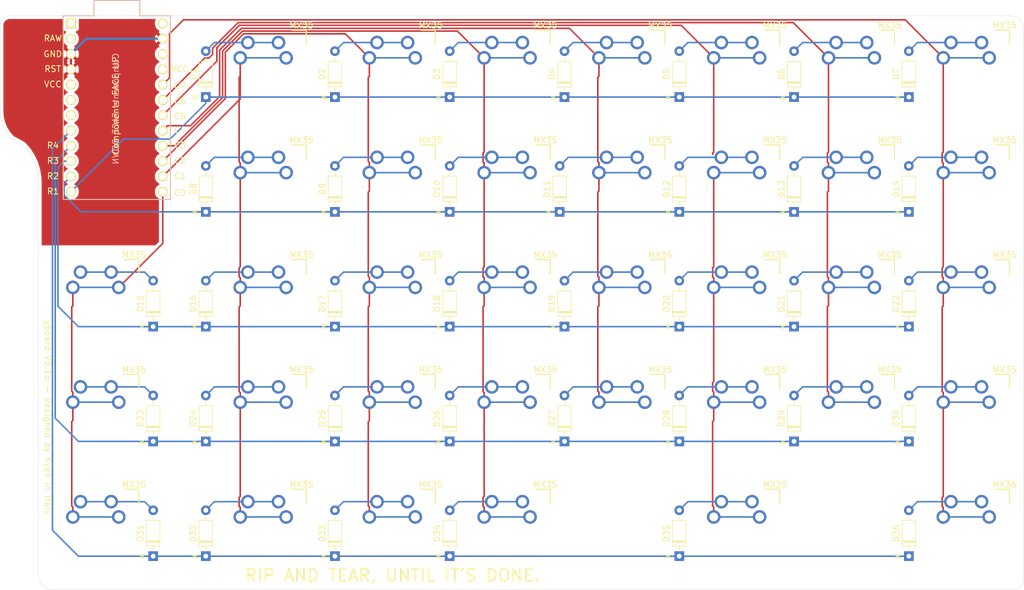
<source format=kicad_pcb>
(kicad_pcb (version 20171130) (host pcbnew "(5.1.4)-1")
  (layers (0 F.Cu signal) (31 B.Cu signal) (34 B.Paste user) (35 F.Paste user) (36 B.SilkS user) (37 F.SilkS user) (38 B.Mask user) (39 F.Mask user) (44 Edge.Cuts user))
  (net 0 "")
  (net 1 "Net-(D1-Pad2)")
  (net 2 ROW0)
  (net 3 "Net-(D2-Pad2)")
  (net 4 "Net-(D3-Pad2)")
  (net 5 "Net-(D4-Pad2)")
  (net 6 "Net-(D5-Pad2)")
  (net 7 "Net-(D6-Pad2)")
  (net 8 "Net-(D7-Pad2)")
  (net 9 "Net-(D8-Pad2)")
  (net 10 ROW1)
  (net 11 "Net-(D9-Pad2)")
  (net 12 "Net-(D10-Pad2)")
  (net 13 "Net-(D11-Pad2)")
  (net 14 "Net-(D12-Pad2)")
  (net 15 "Net-(D13-Pad2)")
  (net 16 "Net-(D14-Pad2)")
  (net 17 "Net-(D15-Pad2)")
  (net 18 ROW2)
  (net 19 "Net-(D16-Pad2)")
  (net 20 "Net-(D17-Pad2)")
  (net 21 "Net-(D18-Pad2)")
  (net 22 "Net-(D19-Pad2)")
  (net 23 "Net-(D20-Pad2)")
  (net 24 "Net-(D21-Pad2)")
  (net 25 "Net-(D22-Pad2)")
  (net 26 "Net-(D23-Pad2)")
  (net 27 ROW3)
  (net 28 "Net-(D24-Pad2)")
  (net 29 "Net-(D25-Pad2)")
  (net 30 "Net-(D26-Pad2)")
  (net 31 "Net-(D27-Pad2)")
  (net 32 "Net-(D28-Pad2)")
  (net 33 "Net-(D29-Pad2)")
  (net 34 "Net-(D30-Pad2)")
  (net 35 "Net-(D31-Pad2)")
  (net 36 ROW4)
  (net 37 "Net-(D32-Pad2)")
  (net 38 "Net-(D33-Pad2)")
  (net 39 "Net-(D34-Pad2)")
  (net 40 "Net-(D35-Pad2)")
  (net 41 "Net-(D36-Pad2)")
  (net 42 COL1)
  (net 43 COL2)
  (net 44 COL3)
  (net 45 COL4)
  (net 46 COL5)
  (net 47 COL6)
  (net 48 COL7)
  (net 49 COL0)
  (net 50 "Net-(ProMicro1-Pad24)")
  (net 51 GND)
  (net 52 "Net-(ProMicro1-Pad22)")
  (net 53 VCC)
  (net 54 "Net-(ProMicro1-Pad7)")
  (net 55 "Net-(ProMicro1-Pad6)")
  (net 56 "Net-(ProMicro1-Pad5)")
  (net 57 "Net-(ProMicro1-Pad2)")
  (net 58 "Net-(ProMicro1-Pad1)")
  (module promicro:ProMicro (layer F.Cu) (at 66.9925 54.9275 270)
    (fp_text reference "FACE DOWN" hide)
    (fp_text value ProMicro)
    (pad 24 thru_hole circle (at -13.97 -7.62 270) (size 1.6 1.6) (drill 1.1) (layers *.Cu *.Mask F.SilkS) (net 50 "Net-(ProMicro1-Pad24)"))
    (pad 23 thru_hole circle (at -11.43 -7.62 270) (size 1.6 1.6) (drill 1.1) (layers *.Cu *.Mask F.SilkS) (net 51 GND))
    (pad 22 thru_hole circle (at -8.89 -7.62 270) (size 1.6 1.6) (drill 1.1) (layers *.Cu *.Mask F.SilkS) (net 52 "Net-(ProMicro1-Pad22)"))
    (pad 21 thru_hole circle (at -6.35 -7.62 270) (size 1.6 1.6) (drill 1.1) (layers *.Cu *.Mask F.SilkS) (net 53 VCC))
    (pad 20 thru_hole circle (at -3.81 -7.62 270) (size 1.6 1.6) (drill 1.1) (layers *.Cu *.Mask F.SilkS) (net 48 COL7))
    (pad 19 thru_hole circle (at -1.27 -7.62 270) (size 1.6 1.6) (drill 1.1) (layers *.Cu *.Mask F.SilkS) (net 47 COL6))
    (pad 18 thru_hole circle (at 1.27 -7.62 270) (size 1.6 1.6) (drill 1.1) (layers *.Cu *.Mask F.SilkS) (net 46 COL5))
    (pad 17 thru_hole circle (at 3.81 -7.62 270) (size 1.6 1.6) (drill 1.1) (layers *.Cu *.Mask F.SilkS) (net 45 COL4))
    (pad 16 thru_hole circle (at 6.35 -7.62 270) (size 1.6 1.6) (drill 1.1) (layers *.Cu *.Mask F.SilkS) (net 44 COL3))
    (pad 15 thru_hole circle (at 8.89 -7.62 270) (size 1.6 1.6) (drill 1.1) (layers *.Cu *.Mask F.SilkS) (net 43 COL2))
    (pad 14 thru_hole circle (at 11.43 -7.62 270) (size 1.6 1.6) (drill 1.1) (layers *.Cu *.Mask F.SilkS) (net 42 COL1))
    (pad 13 thru_hole circle (at 13.97 -7.62 270) (size 1.6 1.6) (drill 1.1) (layers *.Cu *.Mask F.SilkS) (net 49 COL0))
    (pad 12 thru_hole circle (at 13.97 7.62 270) (size 1.6 1.6) (drill 1.1) (layers *.Cu *.Mask F.SilkS) (net 2 ROW0))
    (pad 11 thru_hole circle (at 11.43 7.62 270) (size 1.6 1.6) (drill 1.1) (layers *.Cu *.Mask F.SilkS) (net 10 ROW1))
    (pad 10 thru_hole circle (at 8.89 7.62 270) (size 1.6 1.6) (drill 1.1) (layers *.Cu *.Mask F.SilkS) (net 18 ROW2))
    (pad 9 thru_hole circle (at 6.35 7.62 270) (size 1.6 1.6) (drill 1.1) (layers *.Cu *.Mask F.SilkS) (net 27 ROW3))
    (pad 8 thru_hole circle (at 3.81 7.62 270) (size 1.6 1.6) (drill 1.1) (layers *.Cu *.Mask F.SilkS) (net 36 ROW4))
    (pad 7 thru_hole circle (at 1.27 7.62 270) (size 1.6 1.6) (drill 1.1) (layers *.Cu *.Mask F.SilkS) (net 54 "Net-(ProMicro1-Pad7)"))
    (pad 6 thru_hole circle (at -1.27 7.62 270) (size 1.6 1.6) (drill 1.1) (layers *.Cu *.Mask F.SilkS) (net 55 "Net-(ProMicro1-Pad6)"))
    (pad 5 thru_hole circle (at -3.81 7.62 270) (size 1.6 1.6) (drill 1.1) (layers *.Cu *.Mask F.SilkS) (net 56 "Net-(ProMicro1-Pad5)"))
    (pad 4 thru_hole circle (at -6.35 7.62 270) (size 1.6 1.6) (drill 1.1) (layers *.Cu *.Mask F.SilkS) (net 51 GND))
    (pad 3 thru_hole circle (at -8.89 7.62 270) (size 1.6 1.6) (drill 1.1) (layers *.Cu *.Mask F.SilkS) (net 51 GND))
    (pad 2 thru_hole circle (at -11.43 7.62 270) (size 1.6 1.6) (drill 1.1) (layers *.Cu *.Mask F.SilkS) (net 57 "Net-(ProMicro1-Pad2)"))
    (pad 1 thru_hole rect (at -13.97 7.62 270) (size 1.6 1.6) (drill 1.1) (layers *.Cu *.Mask F.SilkS) (net 58 "Net-(ProMicro1-Pad1)"))
  )
  (module MX_Only:MXOnly-1U-Reversible-NoLED (layer F.Cu) (at 207.9625 125.4125)
    (fp_text reference MX36)
    (fp_text value MX-NoLED)
    (pad 2 thru_hole circle (at -2.54 -5.08) (size 2.25 2.25) (drill 1.47) (layers *.Cu *.Mask) (net 41 "Net-(D36-Pad2)"))
    (pad 1 thru_hole circle (at 3.81 -2.54) (size 2.25 2.25) (drill 1.47) (layers *.Cu *.Mask) (net 48 COL7))
    (pad 2 thru_hole circle (at 2.54 -5.08) (size 2.25 2.25) (drill 1.47) (layers *.Cu *.Mask) (net 41 "Net-(D36-Pad2)"))
    (pad "" np_thru_hole circle (at 0 0) (size 3.9878 3.9878) (drill 3.9878) (layers *.Cu *.Mask))
    (pad 1 thru_hole circle (at -3.81 -2.54) (size 2.25 2.25) (drill 1.47) (layers *.Cu *.Mask) (net 48 COL7))
    (pad "" np_thru_hole circle (at -5.08 0 48.0996) (size 1.75 1.75) (drill 1.75) (layers *.Cu *.Mask))
    (pad "" np_thru_hole circle (at 5.08 0 48.0996) (size 1.75 1.75) (drill 1.75) (layers *.Cu *.Mask))
  )
  (module MX_Only:MXOnly-3U-Reversible-ReversedStabilizers-NoLED (layer F.Cu) (at 169.8625 125.4125)
    (fp_text reference MX35)
    (fp_text value MX-NoLED)
    (pad 2 thru_hole circle (at -2.54 -5.08) (size 2.25 2.25) (drill 1.47) (layers *.Cu *.Mask) (net 40 "Net-(D35-Pad2)"))
    (pad 1 thru_hole circle (at 3.81 -2.54) (size 2.25 2.25) (drill 1.47) (layers *.Cu *.Mask) (net 46 COL5))
    (pad 2 thru_hole circle (at 2.54 -5.08) (size 2.25 2.25) (drill 1.47) (layers *.Cu *.Mask) (net 40 "Net-(D35-Pad2)"))
    (pad 1 thru_hole circle (at -3.81 -2.54 48.1) (size 2.25 2.25) (drill 1.47) (layers *.Cu *.Mask) (net 46 COL5))
    (pad "" np_thru_hole circle (at 0 0) (size 3.9878 3.9878) (drill 3.9878) (layers *.Cu *.Mask))
    (pad "" np_thru_hole circle (at -5.08 0 48.0996) (size 1.75 1.75) (drill 1.75) (layers *.Cu *.Mask))
    (pad "" np_thru_hole circle (at 5.08 0 48.0996) (size 1.75 1.75) (drill 1.75) (layers *.Cu *.Mask))
    (pad "" np_thru_hole circle (at -19.05 6.985) (size 3.048 3.048) (drill 3.048) (layers *.Cu *.Mask))
    (pad "" np_thru_hole circle (at 19.05 6.985) (size 3.048 3.048) (drill 3.048) (layers *.Cu *.Mask))
    (pad "" np_thru_hole circle (at -19.05 -8.255) (size 3.9878 3.9878) (drill 3.9878) (layers *.Cu *.Mask))
    (pad "" np_thru_hole circle (at 19.05 -8.255) (size 3.9878 3.9878) (drill 3.9878) (layers *.Cu *.Mask))
  )
  (module MX_Only:MXOnly-1U-Reversible-NoLED (layer F.Cu) (at 131.7625 125.4125)
    (fp_text reference MX34)
    (fp_text value MX-NoLED)
    (pad 2 thru_hole circle (at -2.54 -5.08) (size 2.25 2.25) (drill 1.47) (layers *.Cu *.Mask) (net 39 "Net-(D34-Pad2)"))
    (pad 1 thru_hole circle (at 3.81 -2.54) (size 2.25 2.25) (drill 1.47) (layers *.Cu *.Mask) (net 44 COL3))
    (pad 2 thru_hole circle (at 2.54 -5.08) (size 2.25 2.25) (drill 1.47) (layers *.Cu *.Mask) (net 39 "Net-(D34-Pad2)"))
    (pad "" np_thru_hole circle (at 0 0) (size 3.9878 3.9878) (drill 3.9878) (layers *.Cu *.Mask))
    (pad 1 thru_hole circle (at -3.81 -2.54) (size 2.25 2.25) (drill 1.47) (layers *.Cu *.Mask) (net 44 COL3))
    (pad "" np_thru_hole circle (at -5.08 0 48.0996) (size 1.75 1.75) (drill 1.75) (layers *.Cu *.Mask))
    (pad "" np_thru_hole circle (at 5.08 0 48.0996) (size 1.75 1.75) (drill 1.75) (layers *.Cu *.Mask))
  )
  (module MX_Only:MXOnly-1U-Reversible-NoLED (layer F.Cu) (at 112.7125 125.4125)
    (fp_text reference MX33)
    (fp_text value MX-NoLED)
    (pad 2 thru_hole circle (at -2.54 -5.08) (size 2.25 2.25) (drill 1.47) (layers *.Cu *.Mask) (net 38 "Net-(D33-Pad2)"))
    (pad 1 thru_hole circle (at 3.81 -2.54) (size 2.25 2.25) (drill 1.47) (layers *.Cu *.Mask) (net 43 COL2))
    (pad 2 thru_hole circle (at 2.54 -5.08) (size 2.25 2.25) (drill 1.47) (layers *.Cu *.Mask) (net 38 "Net-(D33-Pad2)"))
    (pad "" np_thru_hole circle (at 0 0) (size 3.9878 3.9878) (drill 3.9878) (layers *.Cu *.Mask))
    (pad 1 thru_hole circle (at -3.81 -2.54) (size 2.25 2.25) (drill 1.47) (layers *.Cu *.Mask) (net 43 COL2))
    (pad "" np_thru_hole circle (at -5.08 0 48.0996) (size 1.75 1.75) (drill 1.75) (layers *.Cu *.Mask))
    (pad "" np_thru_hole circle (at 5.08 0 48.0996) (size 1.75 1.75) (drill 1.75) (layers *.Cu *.Mask))
  )
  (module MX_Only:MXOnly-1.25U-Reversible-NoLED (layer F.Cu) (at 91.28125 125.4125)
    (fp_text reference MX32)
    (fp_text value MX-NoLED)
    (pad 2 thru_hole circle (at -2.54 -5.08) (size 2.25 2.25) (drill 1.47) (layers *.Cu *.Mask) (net 37 "Net-(D32-Pad2)"))
    (pad 1 thru_hole circle (at 3.81 -2.54) (size 2.25 2.25) (drill 1.47) (layers *.Cu *.Mask) (net 42 COL1))
    (pad 2 thru_hole circle (at 2.54 -5.08) (size 2.25 2.25) (drill 1.47) (layers *.Cu *.Mask) (net 37 "Net-(D32-Pad2)"))
    (pad "" np_thru_hole circle (at 0 0) (size 3.9878 3.9878) (drill 3.9878) (layers *.Cu *.Mask))
    (pad 1 thru_hole circle (at -3.81 -2.54) (size 2.25 2.25) (drill 1.47) (layers *.Cu *.Mask) (net 42 COL1))
    (pad "" np_thru_hole circle (at -5.08 0 48.0996) (size 1.75 1.75) (drill 1.75) (layers *.Cu *.Mask))
    (pad "" np_thru_hole circle (at 5.08 0 48.0996) (size 1.75 1.75) (drill 1.75) (layers *.Cu *.Mask))
  )
  (module MX_Only:MXOnly-1U-Reversible-NoLED (layer F.Cu) (at 63.5 125.4125)
    (fp_text reference MX31)
    (fp_text value MX-NoLED)
    (pad 2 thru_hole circle (at -2.54 -5.08) (size 2.25 2.25) (drill 1.47) (layers *.Cu *.Mask) (net 35 "Net-(D31-Pad2)"))
    (pad 1 thru_hole circle (at 3.81 -2.54) (size 2.25 2.25) (drill 1.47) (layers *.Cu *.Mask) (net 49 COL0))
    (pad 2 thru_hole circle (at 2.54 -5.08) (size 2.25 2.25) (drill 1.47) (layers *.Cu *.Mask) (net 35 "Net-(D31-Pad2)"))
    (pad "" np_thru_hole circle (at 0 0) (size 3.9878 3.9878) (drill 3.9878) (layers *.Cu *.Mask))
    (pad 1 thru_hole circle (at -3.81 -2.54) (size 2.25 2.25) (drill 1.47) (layers *.Cu *.Mask) (net 49 COL0))
    (pad "" np_thru_hole circle (at -5.08 0 48.0996) (size 1.75 1.75) (drill 1.75) (layers *.Cu *.Mask))
    (pad "" np_thru_hole circle (at 5.08 0 48.0996) (size 1.75 1.75) (drill 1.75) (layers *.Cu *.Mask))
  )
  (module MX_Only:MXOnly-1U-Reversible-NoLED (layer F.Cu) (at 207.9625 106.3625)
    (fp_text reference MX30)
    (fp_text value MX-NoLED)
    (pad 2 thru_hole circle (at -2.54 -5.08) (size 2.25 2.25) (drill 1.47) (layers *.Cu *.Mask) (net 34 "Net-(D30-Pad2)"))
    (pad 1 thru_hole circle (at 3.81 -2.54) (size 2.25 2.25) (drill 1.47) (layers *.Cu *.Mask) (net 48 COL7))
    (pad 2 thru_hole circle (at 2.54 -5.08) (size 2.25 2.25) (drill 1.47) (layers *.Cu *.Mask) (net 34 "Net-(D30-Pad2)"))
    (pad "" np_thru_hole circle (at 0 0) (size 3.9878 3.9878) (drill 3.9878) (layers *.Cu *.Mask))
    (pad 1 thru_hole circle (at -3.81 -2.54) (size 2.25 2.25) (drill 1.47) (layers *.Cu *.Mask) (net 48 COL7))
    (pad "" np_thru_hole circle (at -5.08 0 48.0996) (size 1.75 1.75) (drill 1.75) (layers *.Cu *.Mask))
    (pad "" np_thru_hole circle (at 5.08 0 48.0996) (size 1.75 1.75) (drill 1.75) (layers *.Cu *.Mask))
  )
  (module MX_Only:MXOnly-1U-Reversible-NoLED (layer F.Cu) (at 188.9125 106.3625)
    (fp_text reference MX29)
    (fp_text value MX-NoLED)
    (pad 2 thru_hole circle (at -2.54 -5.08) (size 2.25 2.25) (drill 1.47) (layers *.Cu *.Mask) (net 33 "Net-(D29-Pad2)"))
    (pad 1 thru_hole circle (at 3.81 -2.54) (size 2.25 2.25) (drill 1.47) (layers *.Cu *.Mask) (net 47 COL6))
    (pad 2 thru_hole circle (at 2.54 -5.08) (size 2.25 2.25) (drill 1.47) (layers *.Cu *.Mask) (net 33 "Net-(D29-Pad2)"))
    (pad "" np_thru_hole circle (at 0 0) (size 3.9878 3.9878) (drill 3.9878) (layers *.Cu *.Mask))
    (pad 1 thru_hole circle (at -3.81 -2.54) (size 2.25 2.25) (drill 1.47) (layers *.Cu *.Mask) (net 47 COL6))
    (pad "" np_thru_hole circle (at -5.08 0 48.0996) (size 1.75 1.75) (drill 1.75) (layers *.Cu *.Mask))
    (pad "" np_thru_hole circle (at 5.08 0 48.0996) (size 1.75 1.75) (drill 1.75) (layers *.Cu *.Mask))
  )
  (module MX_Only:MXOnly-1U-Reversible-NoLED (layer F.Cu) (at 169.8625 106.3625)
    (fp_text reference MX28)
    (fp_text value MX-NoLED)
    (pad 2 thru_hole circle (at -2.54 -5.08) (size 2.25 2.25) (drill 1.47) (layers *.Cu *.Mask) (net 32 "Net-(D28-Pad2)"))
    (pad 1 thru_hole circle (at 3.81 -2.54) (size 2.25 2.25) (drill 1.47) (layers *.Cu *.Mask) (net 46 COL5))
    (pad 2 thru_hole circle (at 2.54 -5.08) (size 2.25 2.25) (drill 1.47) (layers *.Cu *.Mask) (net 32 "Net-(D28-Pad2)"))
    (pad "" np_thru_hole circle (at 0 0) (size 3.9878 3.9878) (drill 3.9878) (layers *.Cu *.Mask))
    (pad 1 thru_hole circle (at -3.81 -2.54) (size 2.25 2.25) (drill 1.47) (layers *.Cu *.Mask) (net 46 COL5))
    (pad "" np_thru_hole circle (at -5.08 0 48.0996) (size 1.75 1.75) (drill 1.75) (layers *.Cu *.Mask))
    (pad "" np_thru_hole circle (at 5.08 0 48.0996) (size 1.75 1.75) (drill 1.75) (layers *.Cu *.Mask))
  )
  (module MX_Only:MXOnly-1U-Reversible-NoLED (layer F.Cu) (at 150.8125 106.3625)
    (fp_text reference MX27)
    (fp_text value MX-NoLED)
    (pad 2 thru_hole circle (at -2.54 -5.08) (size 2.25 2.25) (drill 1.47) (layers *.Cu *.Mask) (net 31 "Net-(D27-Pad2)"))
    (pad 1 thru_hole circle (at 3.81 -2.54) (size 2.25 2.25) (drill 1.47) (layers *.Cu *.Mask) (net 45 COL4))
    (pad 2 thru_hole circle (at 2.54 -5.08) (size 2.25 2.25) (drill 1.47) (layers *.Cu *.Mask) (net 31 "Net-(D27-Pad2)"))
    (pad "" np_thru_hole circle (at 0 0) (size 3.9878 3.9878) (drill 3.9878) (layers *.Cu *.Mask))
    (pad 1 thru_hole circle (at -3.81 -2.54) (size 2.25 2.25) (drill 1.47) (layers *.Cu *.Mask) (net 45 COL4))
    (pad "" np_thru_hole circle (at -5.08 0 48.0996) (size 1.75 1.75) (drill 1.75) (layers *.Cu *.Mask))
    (pad "" np_thru_hole circle (at 5.08 0 48.0996) (size 1.75 1.75) (drill 1.75) (layers *.Cu *.Mask))
  )
  (module MX_Only:MXOnly-1U-Reversible-NoLED (layer F.Cu) (at 131.7625 106.3625)
    (fp_text reference MX26)
    (fp_text value MX-NoLED)
    (pad 2 thru_hole circle (at -2.54 -5.08) (size 2.25 2.25) (drill 1.47) (layers *.Cu *.Mask) (net 30 "Net-(D26-Pad2)"))
    (pad 1 thru_hole circle (at 3.81 -2.54) (size 2.25 2.25) (drill 1.47) (layers *.Cu *.Mask) (net 44 COL3))
    (pad 2 thru_hole circle (at 2.54 -5.08) (size 2.25 2.25) (drill 1.47) (layers *.Cu *.Mask) (net 30 "Net-(D26-Pad2)"))
    (pad "" np_thru_hole circle (at 0 0) (size 3.9878 3.9878) (drill 3.9878) (layers *.Cu *.Mask))
    (pad 1 thru_hole circle (at -3.81 -2.54) (size 2.25 2.25) (drill 1.47) (layers *.Cu *.Mask) (net 44 COL3))
    (pad "" np_thru_hole circle (at -5.08 0 48.0996) (size 1.75 1.75) (drill 1.75) (layers *.Cu *.Mask))
    (pad "" np_thru_hole circle (at 5.08 0 48.0996) (size 1.75 1.75) (drill 1.75) (layers *.Cu *.Mask))
  )
  (module MX_Only:MXOnly-1U-Reversible-NoLED (layer F.Cu) (at 112.7125 106.3625)
    (fp_text reference MX25)
    (fp_text value MX-NoLED)
    (pad 2 thru_hole circle (at -2.54 -5.08) (size 2.25 2.25) (drill 1.47) (layers *.Cu *.Mask) (net 29 "Net-(D25-Pad2)"))
    (pad 1 thru_hole circle (at 3.81 -2.54) (size 2.25 2.25) (drill 1.47) (layers *.Cu *.Mask) (net 43 COL2))
    (pad 2 thru_hole circle (at 2.54 -5.08) (size 2.25 2.25) (drill 1.47) (layers *.Cu *.Mask) (net 29 "Net-(D25-Pad2)"))
    (pad "" np_thru_hole circle (at 0 0) (size 3.9878 3.9878) (drill 3.9878) (layers *.Cu *.Mask))
    (pad 1 thru_hole circle (at -3.81 -2.54) (size 2.25 2.25) (drill 1.47) (layers *.Cu *.Mask) (net 43 COL2))
    (pad "" np_thru_hole circle (at -5.08 0 48.0996) (size 1.75 1.75) (drill 1.75) (layers *.Cu *.Mask))
    (pad "" np_thru_hole circle (at 5.08 0 48.0996) (size 1.75 1.75) (drill 1.75) (layers *.Cu *.Mask))
  )
  (module MX_Only:MXOnly-1.25U-Reversible-NoLED (layer F.Cu) (at 91.28125 106.3625)
    (fp_text reference MX24)
    (fp_text value MX-NoLED)
    (pad 2 thru_hole circle (at -2.54 -5.08) (size 2.25 2.25) (drill 1.47) (layers *.Cu *.Mask) (net 28 "Net-(D24-Pad2)"))
    (pad 1 thru_hole circle (at 3.81 -2.54) (size 2.25 2.25) (drill 1.47) (layers *.Cu *.Mask) (net 42 COL1))
    (pad 2 thru_hole circle (at 2.54 -5.08) (size 2.25 2.25) (drill 1.47) (layers *.Cu *.Mask) (net 28 "Net-(D24-Pad2)"))
    (pad "" np_thru_hole circle (at 0 0) (size 3.9878 3.9878) (drill 3.9878) (layers *.Cu *.Mask))
    (pad 1 thru_hole circle (at -3.81 -2.54) (size 2.25 2.25) (drill 1.47) (layers *.Cu *.Mask) (net 42 COL1))
    (pad "" np_thru_hole circle (at -5.08 0 48.0996) (size 1.75 1.75) (drill 1.75) (layers *.Cu *.Mask))
    (pad "" np_thru_hole circle (at 5.08 0 48.0996) (size 1.75 1.75) (drill 1.75) (layers *.Cu *.Mask))
  )
  (module MX_Only:MXOnly-1U-Reversible-NoLED (layer F.Cu) (at 63.5 106.3625)
    (fp_text reference MX23)
    (fp_text value MX-NoLED)
    (pad 2 thru_hole circle (at -2.54 -5.08) (size 2.25 2.25) (drill 1.47) (layers *.Cu *.Mask) (net 26 "Net-(D23-Pad2)"))
    (pad 1 thru_hole circle (at 3.81 -2.54) (size 2.25 2.25) (drill 1.47) (layers *.Cu *.Mask) (net 49 COL0))
    (pad 2 thru_hole circle (at 2.54 -5.08) (size 2.25 2.25) (drill 1.47) (layers *.Cu *.Mask) (net 26 "Net-(D23-Pad2)"))
    (pad "" np_thru_hole circle (at 0 0) (size 3.9878 3.9878) (drill 3.9878) (layers *.Cu *.Mask))
    (pad 1 thru_hole circle (at -3.81 -2.54) (size 2.25 2.25) (drill 1.47) (layers *.Cu *.Mask) (net 49 COL0))
    (pad "" np_thru_hole circle (at -5.08 0 48.0996) (size 1.75 1.75) (drill 1.75) (layers *.Cu *.Mask))
    (pad "" np_thru_hole circle (at 5.08 0 48.0996) (size 1.75 1.75) (drill 1.75) (layers *.Cu *.Mask))
  )
  (module MX_Only:MXOnly-1U-Reversible-NoLED (layer F.Cu) (at 207.9625 87.3125)
    (fp_text reference MX22)
    (fp_text value MX-NoLED)
    (pad 2 thru_hole circle (at -2.54 -5.08) (size 2.25 2.25) (drill 1.47) (layers *.Cu *.Mask) (net 25 "Net-(D22-Pad2)"))
    (pad 1 thru_hole circle (at 3.81 -2.54) (size 2.25 2.25) (drill 1.47) (layers *.Cu *.Mask) (net 48 COL7))
    (pad 2 thru_hole circle (at 2.54 -5.08) (size 2.25 2.25) (drill 1.47) (layers *.Cu *.Mask) (net 25 "Net-(D22-Pad2)"))
    (pad "" np_thru_hole circle (at 0 0) (size 3.9878 3.9878) (drill 3.9878) (layers *.Cu *.Mask))
    (pad 1 thru_hole circle (at -3.81 -2.54) (size 2.25 2.25) (drill 1.47) (layers *.Cu *.Mask) (net 48 COL7))
    (pad "" np_thru_hole circle (at -5.08 0 48.0996) (size 1.75 1.75) (drill 1.75) (layers *.Cu *.Mask))
    (pad "" np_thru_hole circle (at 5.08 0 48.0996) (size 1.75 1.75) (drill 1.75) (layers *.Cu *.Mask))
  )
  (module MX_Only:MXOnly-1U-Reversible-NoLED (layer F.Cu) (at 188.9125 87.3125)
    (fp_text reference MX21)
    (fp_text value MX-NoLED)
    (pad 2 thru_hole circle (at -2.54 -5.08) (size 2.25 2.25) (drill 1.47) (layers *.Cu *.Mask) (net 24 "Net-(D21-Pad2)"))
    (pad 1 thru_hole circle (at 3.81 -2.54) (size 2.25 2.25) (drill 1.47) (layers *.Cu *.Mask) (net 47 COL6))
    (pad 2 thru_hole circle (at 2.54 -5.08) (size 2.25 2.25) (drill 1.47) (layers *.Cu *.Mask) (net 24 "Net-(D21-Pad2)"))
    (pad "" np_thru_hole circle (at 0 0) (size 3.9878 3.9878) (drill 3.9878) (layers *.Cu *.Mask))
    (pad 1 thru_hole circle (at -3.81 -2.54) (size 2.25 2.25) (drill 1.47) (layers *.Cu *.Mask) (net 47 COL6))
    (pad "" np_thru_hole circle (at -5.08 0 48.0996) (size 1.75 1.75) (drill 1.75) (layers *.Cu *.Mask))
    (pad "" np_thru_hole circle (at 5.08 0 48.0996) (size 1.75 1.75) (drill 1.75) (layers *.Cu *.Mask))
  )
  (module MX_Only:MXOnly-1U-Reversible-NoLED (layer F.Cu) (at 169.8625 87.3125)
    (fp_text reference MX20)
    (fp_text value MX-NoLED)
    (pad 2 thru_hole circle (at -2.54 -5.08) (size 2.25 2.25) (drill 1.47) (layers *.Cu *.Mask) (net 23 "Net-(D20-Pad2)"))
    (pad 1 thru_hole circle (at 3.81 -2.54) (size 2.25 2.25) (drill 1.47) (layers *.Cu *.Mask) (net 46 COL5))
    (pad 2 thru_hole circle (at 2.54 -5.08) (size 2.25 2.25) (drill 1.47) (layers *.Cu *.Mask) (net 23 "Net-(D20-Pad2)"))
    (pad "" np_thru_hole circle (at 0 0) (size 3.9878 3.9878) (drill 3.9878) (layers *.Cu *.Mask))
    (pad 1 thru_hole circle (at -3.81 -2.54) (size 2.25 2.25) (drill 1.47) (layers *.Cu *.Mask) (net 46 COL5))
    (pad "" np_thru_hole circle (at -5.08 0 48.0996) (size 1.75 1.75) (drill 1.75) (layers *.Cu *.Mask))
    (pad "" np_thru_hole circle (at 5.08 0 48.0996) (size 1.75 1.75) (drill 1.75) (layers *.Cu *.Mask))
  )
  (module MX_Only:MXOnly-1U-Reversible-NoLED (layer F.Cu) (at 150.8125 87.3125)
    (fp_text reference MX19)
    (fp_text value MX-NoLED)
    (pad 2 thru_hole circle (at -2.54 -5.08) (size 2.25 2.25) (drill 1.47) (layers *.Cu *.Mask) (net 22 "Net-(D19-Pad2)"))
    (pad 1 thru_hole circle (at 3.81 -2.54) (size 2.25 2.25) (drill 1.47) (layers *.Cu *.Mask) (net 45 COL4))
    (pad 2 thru_hole circle (at 2.54 -5.08) (size 2.25 2.25) (drill 1.47) (layers *.Cu *.Mask) (net 22 "Net-(D19-Pad2)"))
    (pad "" np_thru_hole circle (at 0 0) (size 3.9878 3.9878) (drill 3.9878) (layers *.Cu *.Mask))
    (pad 1 thru_hole circle (at -3.81 -2.54) (size 2.25 2.25) (drill 1.47) (layers *.Cu *.Mask) (net 45 COL4))
    (pad "" np_thru_hole circle (at -5.08 0 48.0996) (size 1.75 1.75) (drill 1.75) (layers *.Cu *.Mask))
    (pad "" np_thru_hole circle (at 5.08 0 48.0996) (size 1.75 1.75) (drill 1.75) (layers *.Cu *.Mask))
  )
  (module MX_Only:MXOnly-1U-Reversible-NoLED (layer F.Cu) (at 131.7625 87.3125)
    (fp_text reference MX18)
    (fp_text value MX-NoLED)
    (pad 2 thru_hole circle (at -2.54 -5.08) (size 2.25 2.25) (drill 1.47) (layers *.Cu *.Mask) (net 21 "Net-(D18-Pad2)"))
    (pad 1 thru_hole circle (at 3.81 -2.54) (size 2.25 2.25) (drill 1.47) (layers *.Cu *.Mask) (net 44 COL3))
    (pad 2 thru_hole circle (at 2.54 -5.08) (size 2.25 2.25) (drill 1.47) (layers *.Cu *.Mask) (net 21 "Net-(D18-Pad2)"))
    (pad "" np_thru_hole circle (at 0 0) (size 3.9878 3.9878) (drill 3.9878) (layers *.Cu *.Mask))
    (pad 1 thru_hole circle (at -3.81 -2.54) (size 2.25 2.25) (drill 1.47) (layers *.Cu *.Mask) (net 44 COL3))
    (pad "" np_thru_hole circle (at -5.08 0 48.0996) (size 1.75 1.75) (drill 1.75) (layers *.Cu *.Mask))
    (pad "" np_thru_hole circle (at 5.08 0 48.0996) (size 1.75 1.75) (drill 1.75) (layers *.Cu *.Mask))
  )
  (module MX_Only:MXOnly-1U-Reversible-NoLED (layer F.Cu) (at 112.7125 87.3125)
    (fp_text reference MX17)
    (fp_text value MX-NoLED)
    (pad 2 thru_hole circle (at -2.54 -5.08) (size 2.25 2.25) (drill 1.47) (layers *.Cu *.Mask) (net 20 "Net-(D17-Pad2)"))
    (pad 1 thru_hole circle (at 3.81 -2.54) (size 2.25 2.25) (drill 1.47) (layers *.Cu *.Mask) (net 43 COL2))
    (pad 2 thru_hole circle (at 2.54 -5.08) (size 2.25 2.25) (drill 1.47) (layers *.Cu *.Mask) (net 20 "Net-(D17-Pad2)"))
    (pad "" np_thru_hole circle (at 0 0) (size 3.9878 3.9878) (drill 3.9878) (layers *.Cu *.Mask))
    (pad 1 thru_hole circle (at -3.81 -2.54) (size 2.25 2.25) (drill 1.47) (layers *.Cu *.Mask) (net 43 COL2))
    (pad "" np_thru_hole circle (at -5.08 0 48.0996) (size 1.75 1.75) (drill 1.75) (layers *.Cu *.Mask))
    (pad "" np_thru_hole circle (at 5.08 0 48.0996) (size 1.75 1.75) (drill 1.75) (layers *.Cu *.Mask))
  )
  (module MX_Only:MXOnly-1.25U-Reversible-NoLED (layer F.Cu) (at 91.28125 87.3125)
    (fp_text reference MX16)
    (fp_text value MX-NoLED)
    (pad 2 thru_hole circle (at -2.54 -5.08) (size 2.25 2.25) (drill 1.47) (layers *.Cu *.Mask) (net 19 "Net-(D16-Pad2)"))
    (pad 1 thru_hole circle (at 3.81 -2.54) (size 2.25 2.25) (drill 1.47) (layers *.Cu *.Mask) (net 42 COL1))
    (pad 2 thru_hole circle (at 2.54 -5.08) (size 2.25 2.25) (drill 1.47) (layers *.Cu *.Mask) (net 19 "Net-(D16-Pad2)"))
    (pad "" np_thru_hole circle (at 0 0) (size 3.9878 3.9878) (drill 3.9878) (layers *.Cu *.Mask))
    (pad 1 thru_hole circle (at -3.81 -2.54) (size 2.25 2.25) (drill 1.47) (layers *.Cu *.Mask) (net 42 COL1))
    (pad "" np_thru_hole circle (at -5.08 0 48.0996) (size 1.75 1.75) (drill 1.75) (layers *.Cu *.Mask))
    (pad "" np_thru_hole circle (at 5.08 0 48.0996) (size 1.75 1.75) (drill 1.75) (layers *.Cu *.Mask))
  )
  (module MX_Only:MXOnly-1U-Reversible-NoLED (layer F.Cu) (at 63.5 87.3125)
    (fp_text reference MX15)
    (fp_text value MX-NoLED)
    (pad 2 thru_hole circle (at -2.54 -5.08) (size 2.25 2.25) (drill 1.47) (layers *.Cu *.Mask) (net 17 "Net-(D15-Pad2)"))
    (pad 1 thru_hole circle (at 3.81 -2.54) (size 2.25 2.25) (drill 1.47) (layers *.Cu *.Mask) (net 49 COL0))
    (pad 2 thru_hole circle (at 2.54 -5.08) (size 2.25 2.25) (drill 1.47) (layers *.Cu *.Mask) (net 17 "Net-(D15-Pad2)"))
    (pad "" np_thru_hole circle (at 0 0) (size 3.9878 3.9878) (drill 3.9878) (layers *.Cu *.Mask))
    (pad 1 thru_hole circle (at -3.81 -2.54) (size 2.25 2.25) (drill 1.47) (layers *.Cu *.Mask) (net 49 COL0))
    (pad "" np_thru_hole circle (at -5.08 0 48.0996) (size 1.75 1.75) (drill 1.75) (layers *.Cu *.Mask))
    (pad "" np_thru_hole circle (at 5.08 0 48.0996) (size 1.75 1.75) (drill 1.75) (layers *.Cu *.Mask))
  )
  (module MX_Only:MXOnly-1U-Reversible-NoLED (layer F.Cu) (at 207.9625 68.2625)
    (fp_text reference MX14)
    (fp_text value MX-NoLED)
    (pad 2 thru_hole circle (at -2.54 -5.08) (size 2.25 2.25) (drill 1.47) (layers *.Cu *.Mask) (net 16 "Net-(D14-Pad2)"))
    (pad 1 thru_hole circle (at 3.81 -2.54) (size 2.25 2.25) (drill 1.47) (layers *.Cu *.Mask) (net 48 COL7))
    (pad 2 thru_hole circle (at 2.54 -5.08) (size 2.25 2.25) (drill 1.47) (layers *.Cu *.Mask) (net 16 "Net-(D14-Pad2)"))
    (pad "" np_thru_hole circle (at 0 0) (size 3.9878 3.9878) (drill 3.9878) (layers *.Cu *.Mask))
    (pad 1 thru_hole circle (at -3.81 -2.54) (size 2.25 2.25) (drill 1.47) (layers *.Cu *.Mask) (net 48 COL7))
    (pad "" np_thru_hole circle (at -5.08 0 48.0996) (size 1.75 1.75) (drill 1.75) (layers *.Cu *.Mask))
    (pad "" np_thru_hole circle (at 5.08 0 48.0996) (size 1.75 1.75) (drill 1.75) (layers *.Cu *.Mask))
  )
  (module MX_Only:MXOnly-1U-Reversible-NoLED (layer F.Cu) (at 188.9125 68.2625)
    (fp_text reference MX13)
    (fp_text value MX-NoLED)
    (pad 2 thru_hole circle (at -2.54 -5.08) (size 2.25 2.25) (drill 1.47) (layers *.Cu *.Mask) (net 15 "Net-(D13-Pad2)"))
    (pad 1 thru_hole circle (at 3.81 -2.54) (size 2.25 2.25) (drill 1.47) (layers *.Cu *.Mask) (net 47 COL6))
    (pad 2 thru_hole circle (at 2.54 -5.08) (size 2.25 2.25) (drill 1.47) (layers *.Cu *.Mask) (net 15 "Net-(D13-Pad2)"))
    (pad "" np_thru_hole circle (at 0 0) (size 3.9878 3.9878) (drill 3.9878) (layers *.Cu *.Mask))
    (pad 1 thru_hole circle (at -3.81 -2.54) (size 2.25 2.25) (drill 1.47) (layers *.Cu *.Mask) (net 47 COL6))
    (pad "" np_thru_hole circle (at -5.08 0 48.0996) (size 1.75 1.75) (drill 1.75) (layers *.Cu *.Mask))
    (pad "" np_thru_hole circle (at 5.08 0 48.0996) (size 1.75 1.75) (drill 1.75) (layers *.Cu *.Mask))
  )
  (module MX_Only:MXOnly-1U-Reversible-NoLED (layer F.Cu) (at 169.8625 68.2625)
    (fp_text reference MX12)
    (fp_text value MX-NoLED)
    (pad 2 thru_hole circle (at -2.54 -5.08) (size 2.25 2.25) (drill 1.47) (layers *.Cu *.Mask) (net 14 "Net-(D12-Pad2)"))
    (pad 1 thru_hole circle (at 3.81 -2.54) (size 2.25 2.25) (drill 1.47) (layers *.Cu *.Mask) (net 46 COL5))
    (pad 2 thru_hole circle (at 2.54 -5.08) (size 2.25 2.25) (drill 1.47) (layers *.Cu *.Mask) (net 14 "Net-(D12-Pad2)"))
    (pad "" np_thru_hole circle (at 0 0) (size 3.9878 3.9878) (drill 3.9878) (layers *.Cu *.Mask))
    (pad 1 thru_hole circle (at -3.81 -2.54) (size 2.25 2.25) (drill 1.47) (layers *.Cu *.Mask) (net 46 COL5))
    (pad "" np_thru_hole circle (at -5.08 0 48.0996) (size 1.75 1.75) (drill 1.75) (layers *.Cu *.Mask))
    (pad "" np_thru_hole circle (at 5.08 0 48.0996) (size 1.75 1.75) (drill 1.75) (layers *.Cu *.Mask))
  )
  (module MX_Only:MXOnly-1U-Reversible-NoLED (layer F.Cu) (at 150.8125 68.2625)
    (fp_text reference MX11)
    (fp_text value MX-NoLED)
    (pad 2 thru_hole circle (at -2.54 -5.08) (size 2.25 2.25) (drill 1.47) (layers *.Cu *.Mask) (net 13 "Net-(D11-Pad2)"))
    (pad 1 thru_hole circle (at 3.81 -2.54) (size 2.25 2.25) (drill 1.47) (layers *.Cu *.Mask) (net 45 COL4))
    (pad 2 thru_hole circle (at 2.54 -5.08) (size 2.25 2.25) (drill 1.47) (layers *.Cu *.Mask) (net 13 "Net-(D11-Pad2)"))
    (pad "" np_thru_hole circle (at 0 0) (size 3.9878 3.9878) (drill 3.9878) (layers *.Cu *.Mask))
    (pad 1 thru_hole circle (at -3.81 -2.54) (size 2.25 2.25) (drill 1.47) (layers *.Cu *.Mask) (net 45 COL4))
    (pad "" np_thru_hole circle (at -5.08 0 48.0996) (size 1.75 1.75) (drill 1.75) (layers *.Cu *.Mask))
    (pad "" np_thru_hole circle (at 5.08 0 48.0996) (size 1.75 1.75) (drill 1.75) (layers *.Cu *.Mask))
  )
  (module MX_Only:MXOnly-1U-Reversible-NoLED (layer F.Cu) (at 131.7625 68.2625)
    (fp_text reference MX10)
    (fp_text value MX-NoLED)
    (pad 2 thru_hole circle (at -2.54 -5.08) (size 2.25 2.25) (drill 1.47) (layers *.Cu *.Mask) (net 12 "Net-(D10-Pad2)"))
    (pad 1 thru_hole circle (at 3.81 -2.54) (size 2.25 2.25) (drill 1.47) (layers *.Cu *.Mask) (net 44 COL3))
    (pad 2 thru_hole circle (at 2.54 -5.08) (size 2.25 2.25) (drill 1.47) (layers *.Cu *.Mask) (net 12 "Net-(D10-Pad2)"))
    (pad "" np_thru_hole circle (at 0 0) (size 3.9878 3.9878) (drill 3.9878) (layers *.Cu *.Mask))
    (pad 1 thru_hole circle (at -3.81 -2.54) (size 2.25 2.25) (drill 1.47) (layers *.Cu *.Mask) (net 44 COL3))
    (pad "" np_thru_hole circle (at -5.08 0 48.0996) (size 1.75 1.75) (drill 1.75) (layers *.Cu *.Mask))
    (pad "" np_thru_hole circle (at 5.08 0 48.0996) (size 1.75 1.75) (drill 1.75) (layers *.Cu *.Mask))
  )
  (module MX_Only:MXOnly-1U-Reversible-NoLED (layer F.Cu) (at 112.7125 68.2625)
    (fp_text reference MX9)
    (fp_text value MX-NoLED)
    (pad 2 thru_hole circle (at -2.54 -5.08) (size 2.25 2.25) (drill 1.47) (layers *.Cu *.Mask) (net 11 "Net-(D9-Pad2)"))
    (pad 1 thru_hole circle (at 3.81 -2.54) (size 2.25 2.25) (drill 1.47) (layers *.Cu *.Mask) (net 43 COL2))
    (pad 2 thru_hole circle (at 2.54 -5.08) (size 2.25 2.25) (drill 1.47) (layers *.Cu *.Mask) (net 11 "Net-(D9-Pad2)"))
    (pad "" np_thru_hole circle (at 0 0) (size 3.9878 3.9878) (drill 3.9878) (layers *.Cu *.Mask))
    (pad 1 thru_hole circle (at -3.81 -2.54) (size 2.25 2.25) (drill 1.47) (layers *.Cu *.Mask) (net 43 COL2))
    (pad "" np_thru_hole circle (at -5.08 0 48.0996) (size 1.75 1.75) (drill 1.75) (layers *.Cu *.Mask))
    (pad "" np_thru_hole circle (at 5.08 0 48.0996) (size 1.75 1.75) (drill 1.75) (layers *.Cu *.Mask))
  )
  (module MX_Only:MXOnly-1.25U-Reversible-NoLED (layer F.Cu) (at 91.28125 68.2625)
    (fp_text reference MX8)
    (fp_text value MX-NoLED)
    (pad 2 thru_hole circle (at -2.54 -5.08) (size 2.25 2.25) (drill 1.47) (layers *.Cu *.Mask) (net 9 "Net-(D8-Pad2)"))
    (pad 1 thru_hole circle (at 3.81 -2.54) (size 2.25 2.25) (drill 1.47) (layers *.Cu *.Mask) (net 42 COL1))
    (pad 2 thru_hole circle (at 2.54 -5.08) (size 2.25 2.25) (drill 1.47) (layers *.Cu *.Mask) (net 9 "Net-(D8-Pad2)"))
    (pad "" np_thru_hole circle (at 0 0) (size 3.9878 3.9878) (drill 3.9878) (layers *.Cu *.Mask))
    (pad 1 thru_hole circle (at -3.81 -2.54) (size 2.25 2.25) (drill 1.47) (layers *.Cu *.Mask) (net 42 COL1))
    (pad "" np_thru_hole circle (at -5.08 0 48.0996) (size 1.75 1.75) (drill 1.75) (layers *.Cu *.Mask))
    (pad "" np_thru_hole circle (at 5.08 0 48.0996) (size 1.75 1.75) (drill 1.75) (layers *.Cu *.Mask))
  )
  (module MX_Only:MXOnly-1U-Reversible-NoLED (layer F.Cu) (at 207.9625 49.2125)
    (fp_text reference MX7)
    (fp_text value MX-NoLED)
    (pad 2 thru_hole circle (at -2.54 -5.08) (size 2.25 2.25) (drill 1.47) (layers *.Cu *.Mask) (net 8 "Net-(D7-Pad2)"))
    (pad 1 thru_hole circle (at 3.81 -2.54) (size 2.25 2.25) (drill 1.47) (layers *.Cu *.Mask) (net 48 COL7))
    (pad 2 thru_hole circle (at 2.54 -5.08) (size 2.25 2.25) (drill 1.47) (layers *.Cu *.Mask) (net 8 "Net-(D7-Pad2)"))
    (pad "" np_thru_hole circle (at 0 0) (size 3.9878 3.9878) (drill 3.9878) (layers *.Cu *.Mask))
    (pad 1 thru_hole circle (at -3.81 -2.54) (size 2.25 2.25) (drill 1.47) (layers *.Cu *.Mask) (net 48 COL7))
    (pad "" np_thru_hole circle (at -5.08 0 48.0996) (size 1.75 1.75) (drill 1.75) (layers *.Cu *.Mask))
    (pad "" np_thru_hole circle (at 5.08 0 48.0996) (size 1.75 1.75) (drill 1.75) (layers *.Cu *.Mask))
  )
  (module MX_Only:MXOnly-1U-Reversible-NoLED (layer F.Cu) (at 188.9125 49.2125)
    (fp_text reference MX6)
    (fp_text value MX-NoLED)
    (pad 2 thru_hole circle (at -2.54 -5.08) (size 2.25 2.25) (drill 1.47) (layers *.Cu *.Mask) (net 7 "Net-(D6-Pad2)"))
    (pad 1 thru_hole circle (at 3.81 -2.54) (size 2.25 2.25) (drill 1.47) (layers *.Cu *.Mask) (net 47 COL6))
    (pad 2 thru_hole circle (at 2.54 -5.08) (size 2.25 2.25) (drill 1.47) (layers *.Cu *.Mask) (net 7 "Net-(D6-Pad2)"))
    (pad "" np_thru_hole circle (at 0 0) (size 3.9878 3.9878) (drill 3.9878) (layers *.Cu *.Mask))
    (pad 1 thru_hole circle (at -3.81 -2.54) (size 2.25 2.25) (drill 1.47) (layers *.Cu *.Mask) (net 47 COL6))
    (pad "" np_thru_hole circle (at -5.08 0 48.0996) (size 1.75 1.75) (drill 1.75) (layers *.Cu *.Mask))
    (pad "" np_thru_hole circle (at 5.08 0 48.0996) (size 1.75 1.75) (drill 1.75) (layers *.Cu *.Mask))
  )
  (module MX_Only:MXOnly-1U-Reversible-NoLED (layer F.Cu) (at 169.8625 49.2125)
    (fp_text reference MX5)
    (fp_text value MX-NoLED)
    (pad 2 thru_hole circle (at -2.54 -5.08) (size 2.25 2.25) (drill 1.47) (layers *.Cu *.Mask) (net 6 "Net-(D5-Pad2)"))
    (pad 1 thru_hole circle (at 3.81 -2.54) (size 2.25 2.25) (drill 1.47) (layers *.Cu *.Mask) (net 46 COL5))
    (pad 2 thru_hole circle (at 2.54 -5.08) (size 2.25 2.25) (drill 1.47) (layers *.Cu *.Mask) (net 6 "Net-(D5-Pad2)"))
    (pad "" np_thru_hole circle (at 0 0) (size 3.9878 3.9878) (drill 3.9878) (layers *.Cu *.Mask))
    (pad 1 thru_hole circle (at -3.81 -2.54) (size 2.25 2.25) (drill 1.47) (layers *.Cu *.Mask) (net 46 COL5))
    (pad "" np_thru_hole circle (at -5.08 0 48.0996) (size 1.75 1.75) (drill 1.75) (layers *.Cu *.Mask))
    (pad "" np_thru_hole circle (at 5.08 0 48.0996) (size 1.75 1.75) (drill 1.75) (layers *.Cu *.Mask))
  )
  (module MX_Only:MXOnly-1U-Reversible-NoLED (layer F.Cu) (at 150.8125 49.2125)
    (fp_text reference MX4)
    (fp_text value MX-NoLED)
    (pad 2 thru_hole circle (at -2.54 -5.08) (size 2.25 2.25) (drill 1.47) (layers *.Cu *.Mask) (net 5 "Net-(D4-Pad2)"))
    (pad 1 thru_hole circle (at 3.81 -2.54) (size 2.25 2.25) (drill 1.47) (layers *.Cu *.Mask) (net 45 COL4))
    (pad 2 thru_hole circle (at 2.54 -5.08) (size 2.25 2.25) (drill 1.47) (layers *.Cu *.Mask) (net 5 "Net-(D4-Pad2)"))
    (pad "" np_thru_hole circle (at 0 0) (size 3.9878 3.9878) (drill 3.9878) (layers *.Cu *.Mask))
    (pad 1 thru_hole circle (at -3.81 -2.54) (size 2.25 2.25) (drill 1.47) (layers *.Cu *.Mask) (net 45 COL4))
    (pad "" np_thru_hole circle (at -5.08 0 48.0996) (size 1.75 1.75) (drill 1.75) (layers *.Cu *.Mask))
    (pad "" np_thru_hole circle (at 5.08 0 48.0996) (size 1.75 1.75) (drill 1.75) (layers *.Cu *.Mask))
  )
  (module MX_Only:MXOnly-1U-Reversible-NoLED (layer F.Cu) (at 131.7625 49.2125)
    (fp_text reference MX3)
    (fp_text value MX-NoLED)
    (pad 2 thru_hole circle (at -2.54 -5.08) (size 2.25 2.25) (drill 1.47) (layers *.Cu *.Mask) (net 4 "Net-(D3-Pad2)"))
    (pad 1 thru_hole circle (at 3.81 -2.54) (size 2.25 2.25) (drill 1.47) (layers *.Cu *.Mask) (net 44 COL3))
    (pad 2 thru_hole circle (at 2.54 -5.08) (size 2.25 2.25) (drill 1.47) (layers *.Cu *.Mask) (net 4 "Net-(D3-Pad2)"))
    (pad "" np_thru_hole circle (at 0 0) (size 3.9878 3.9878) (drill 3.9878) (layers *.Cu *.Mask))
    (pad 1 thru_hole circle (at -3.81 -2.54) (size 2.25 2.25) (drill 1.47) (layers *.Cu *.Mask) (net 44 COL3))
    (pad "" np_thru_hole circle (at -5.08 0 48.0996) (size 1.75 1.75) (drill 1.75) (layers *.Cu *.Mask))
    (pad "" np_thru_hole circle (at 5.08 0 48.0996) (size 1.75 1.75) (drill 1.75) (layers *.Cu *.Mask))
  )
  (module MX_Only:MXOnly-1U-Reversible-NoLED (layer F.Cu) (at 112.7125 49.2125)
    (fp_text reference MX2)
    (fp_text value MX-NoLED)
    (pad 2 thru_hole circle (at -2.54 -5.08) (size 2.25 2.25) (drill 1.47) (layers *.Cu *.Mask) (net 3 "Net-(D2-Pad2)"))
    (pad 1 thru_hole circle (at 3.81 -2.54) (size 2.25 2.25) (drill 1.47) (layers *.Cu *.Mask) (net 43 COL2))
    (pad 2 thru_hole circle (at 2.54 -5.08) (size 2.25 2.25) (drill 1.47) (layers *.Cu *.Mask) (net 3 "Net-(D2-Pad2)"))
    (pad "" np_thru_hole circle (at 0 0) (size 3.9878 3.9878) (drill 3.9878) (layers *.Cu *.Mask))
    (pad 1 thru_hole circle (at -3.81 -2.54) (size 2.25 2.25) (drill 1.47) (layers *.Cu *.Mask) (net 43 COL2))
    (pad "" np_thru_hole circle (at -5.08 0 48.0996) (size 1.75 1.75) (drill 1.75) (layers *.Cu *.Mask))
    (pad "" np_thru_hole circle (at 5.08 0 48.0996) (size 1.75 1.75) (drill 1.75) (layers *.Cu *.Mask))
  )
  (module MX_Only:MXOnly-1.25U-Reversible-NoLED (layer F.Cu) (at 91.28125 49.2125)
    (fp_text reference MX1)
    (fp_text value MX-NoLED)
    (pad 2 thru_hole circle (at -2.54 -5.08) (size 2.25 2.25) (drill 1.47) (layers *.Cu *.Mask) (net 1 "Net-(D1-Pad2)"))
    (pad 1 thru_hole circle (at 3.81 -2.54) (size 2.25 2.25) (drill 1.47) (layers *.Cu *.Mask) (net 42 COL1))
    (pad 2 thru_hole circle (at 2.54 -5.08) (size 2.25 2.25) (drill 1.47) (layers *.Cu *.Mask) (net 1 "Net-(D1-Pad2)"))
    (pad "" np_thru_hole circle (at 0 0) (size 3.9878 3.9878) (drill 3.9878) (layers *.Cu *.Mask))
    (pad 1 thru_hole circle (at -3.81 -2.54) (size 2.25 2.25) (drill 1.47) (layers *.Cu *.Mask) (net 42 COL1))
    (pad "" np_thru_hole circle (at -5.08 0 48.0996) (size 1.75 1.75) (drill 1.75) (layers *.Cu *.Mask))
    (pad "" np_thru_hole circle (at 5.08 0 48.0996) (size 1.75 1.75) (drill 1.75) (layers *.Cu *.Mask))
  )
  (module Diode_THT:D_DO-35_SOD27_P7.62mm_Horizontal (layer F.Cu) (at 198.4375 129.38125 90)
    (fp_text reference D36 (at 3.81 -2.12 90) (layer F.SilkS))
    (fp_text value D_Small)
    (fp_text user K (at 0 -1.8 90) (layer F.SilkS))
    (pad 2 thru_hole oval (at 7.62 0 90) (size 1.6 1.6) (drill 0.8) (layers *.Cu *.Mask) (net 41 "Net-(D36-Pad2)"))
    (pad 1 thru_hole rect (at 0 0 90) (size 1.6 1.6) (drill 0.8) (layers *.Cu *.Mask) (net 36 ROW4))
  )
  (module Diode_THT:D_DO-35_SOD27_P7.62mm_Horizontal (layer F.Cu) (at 160.3375 129.38125 90)
    (fp_text reference D35 (at 3.81 -2.12 90) (layer F.SilkS))
    (fp_text value D_Small)
    (fp_text user K (at 0 -1.8 90) (layer F.SilkS))
    (pad 2 thru_hole oval (at 7.62 0 90) (size 1.6 1.6) (drill 0.8) (layers *.Cu *.Mask) (net 40 "Net-(D35-Pad2)"))
    (pad 1 thru_hole rect (at 0 0 90) (size 1.6 1.6) (drill 0.8) (layers *.Cu *.Mask) (net 36 ROW4))
  )
  (module Diode_THT:D_DO-35_SOD27_P7.62mm_Horizontal (layer F.Cu) (at 122.2375 129.38125 90)
    (fp_text reference D34 (at 3.81 -2.12 90) (layer F.SilkS))
    (fp_text value D_Small)
    (fp_text user K (at 0 -1.8 90) (layer F.SilkS))
    (pad 2 thru_hole oval (at 7.62 0 90) (size 1.6 1.6) (drill 0.8) (layers *.Cu *.Mask) (net 39 "Net-(D34-Pad2)"))
    (pad 1 thru_hole rect (at 0 0 90) (size 1.6 1.6) (drill 0.8) (layers *.Cu *.Mask) (net 36 ROW4))
  )
  (module Diode_THT:D_DO-35_SOD27_P7.62mm_Horizontal (layer F.Cu) (at 103.1875 129.38125 90)
    (fp_text reference D33 (at 3.81 -2.12 90) (layer F.SilkS))
    (fp_text value D_Small)
    (fp_text user K (at 0 -1.8 90) (layer F.SilkS))
    (pad 2 thru_hole oval (at 7.62 0 90) (size 1.6 1.6) (drill 0.8) (layers *.Cu *.Mask) (net 38 "Net-(D33-Pad2)"))
    (pad 1 thru_hole rect (at 0 0 90) (size 1.6 1.6) (drill 0.8) (layers *.Cu *.Mask) (net 36 ROW4))
  )
  (module Diode_THT:D_DO-35_SOD27_P7.62mm_Horizontal (layer F.Cu) (at 81.75625 129.38125 90)
    (fp_text reference D32 (at 3.81 -2.12 90) (layer F.SilkS))
    (fp_text value D_Small)
    (fp_text user K (at 0 -1.8 90) (layer F.SilkS))
    (pad 2 thru_hole oval (at 7.62 0 90) (size 1.6 1.6) (drill 0.8) (layers *.Cu *.Mask) (net 37 "Net-(D32-Pad2)"))
    (pad 1 thru_hole rect (at 0 0 90) (size 1.6 1.6) (drill 0.8) (layers *.Cu *.Mask) (net 36 ROW4))
  )
  (module Diode_THT:D_DO-35_SOD27_P7.62mm_Horizontal (layer F.Cu) (at 73.025 129.38125 90)
    (fp_text reference D31 (at 3.81 -2.12 90) (layer F.SilkS))
    (fp_text value D_Small)
    (fp_text user K (at 0 -1.8 90) (layer F.SilkS))
    (pad 2 thru_hole oval (at 7.62 0 90) (size 1.6 1.6) (drill 0.8) (layers *.Cu *.Mask) (net 35 "Net-(D31-Pad2)"))
    (pad 1 thru_hole rect (at 0 0 90) (size 1.6 1.6) (drill 0.8) (layers *.Cu *.Mask) (net 36 ROW4))
  )
  (module Diode_THT:D_DO-35_SOD27_P7.62mm_Horizontal (layer F.Cu) (at 198.4375 110.33125 90)
    (fp_text reference D30 (at 3.81 -2.12 90) (layer F.SilkS))
    (fp_text value D_Small)
    (fp_text user K (at 0 -1.8 90) (layer F.SilkS))
    (pad 2 thru_hole oval (at 7.62 0 90) (size 1.6 1.6) (drill 0.8) (layers *.Cu *.Mask) (net 34 "Net-(D30-Pad2)"))
    (pad 1 thru_hole rect (at 0 0 90) (size 1.6 1.6) (drill 0.8) (layers *.Cu *.Mask) (net 27 ROW3))
  )
  (module Diode_THT:D_DO-35_SOD27_P7.62mm_Horizontal (layer F.Cu) (at 179.3875 110.33125 90)
    (fp_text reference D29 (at 3.81 -2.12 90) (layer F.SilkS))
    (fp_text value D_Small)
    (fp_text user K (at 0 -1.8 90) (layer F.SilkS))
    (pad 2 thru_hole oval (at 7.62 0 90) (size 1.6 1.6) (drill 0.8) (layers *.Cu *.Mask) (net 33 "Net-(D29-Pad2)"))
    (pad 1 thru_hole rect (at 0 0 90) (size 1.6 1.6) (drill 0.8) (layers *.Cu *.Mask) (net 27 ROW3))
  )
  (module Diode_THT:D_DO-35_SOD27_P7.62mm_Horizontal (layer F.Cu) (at 160.3375 110.33125 90)
    (fp_text reference D28 (at 3.81 -2.12 90) (layer F.SilkS))
    (fp_text value D_Small)
    (fp_text user K (at 0 -1.8 90) (layer F.SilkS))
    (pad 2 thru_hole oval (at 7.62 0 90) (size 1.6 1.6) (drill 0.8) (layers *.Cu *.Mask) (net 32 "Net-(D28-Pad2)"))
    (pad 1 thru_hole rect (at 0 0 90) (size 1.6 1.6) (drill 0.8) (layers *.Cu *.Mask) (net 27 ROW3))
  )
  (module Diode_THT:D_DO-35_SOD27_P7.62mm_Horizontal (layer F.Cu) (at 141.2875 110.33125 90)
    (fp_text reference D27 (at 3.81 -2.12 90) (layer F.SilkS))
    (fp_text value D_Small)
    (fp_text user K (at 0 -1.8 90) (layer F.SilkS))
    (pad 2 thru_hole oval (at 7.62 0 90) (size 1.6 1.6) (drill 0.8) (layers *.Cu *.Mask) (net 31 "Net-(D27-Pad2)"))
    (pad 1 thru_hole rect (at 0 0 90) (size 1.6 1.6) (drill 0.8) (layers *.Cu *.Mask) (net 27 ROW3))
  )
  (module Diode_THT:D_DO-35_SOD27_P7.62mm_Horizontal (layer F.Cu) (at 122.2375 110.33125 90)
    (fp_text reference D26 (at 3.81 -2.12 90) (layer F.SilkS))
    (fp_text value D_Small)
    (fp_text user K (at 0 -1.8 90) (layer F.SilkS))
    (pad 2 thru_hole oval (at 7.62 0 90) (size 1.6 1.6) (drill 0.8) (layers *.Cu *.Mask) (net 30 "Net-(D26-Pad2)"))
    (pad 1 thru_hole rect (at 0 0 90) (size 1.6 1.6) (drill 0.8) (layers *.Cu *.Mask) (net 27 ROW3))
  )
  (module Diode_THT:D_DO-35_SOD27_P7.62mm_Horizontal (layer F.Cu) (at 103.1875 110.33125 90)
    (fp_text reference D25 (at 3.81 -2.12 90) (layer F.SilkS))
    (fp_text value D_Small)
    (fp_text user K (at 0 -1.8 90) (layer F.SilkS))
    (pad 2 thru_hole oval (at 7.62 0 90) (size 1.6 1.6) (drill 0.8) (layers *.Cu *.Mask) (net 29 "Net-(D25-Pad2)"))
    (pad 1 thru_hole rect (at 0 0 90) (size 1.6 1.6) (drill 0.8) (layers *.Cu *.Mask) (net 27 ROW3))
  )
  (module Diode_THT:D_DO-35_SOD27_P7.62mm_Horizontal (layer F.Cu) (at 81.75625 110.33125 90)
    (fp_text reference D24 (at 3.81 -2.12 90) (layer F.SilkS))
    (fp_text value D_Small)
    (fp_text user K (at 0 -1.8 90) (layer F.SilkS))
    (pad 2 thru_hole oval (at 7.62 0 90) (size 1.6 1.6) (drill 0.8) (layers *.Cu *.Mask) (net 28 "Net-(D24-Pad2)"))
    (pad 1 thru_hole rect (at 0 0 90) (size 1.6 1.6) (drill 0.8) (layers *.Cu *.Mask) (net 27 ROW3))
  )
  (module Diode_THT:D_DO-35_SOD27_P7.62mm_Horizontal (layer F.Cu) (at 73.025 110.33125 90)
    (fp_text reference D23 (at 3.81 -2.12 90) (layer F.SilkS))
    (fp_text value D_Small)
    (fp_text user K (at 0 -1.8 90) (layer F.SilkS))
    (pad 2 thru_hole oval (at 7.62 0 90) (size 1.6 1.6) (drill 0.8) (layers *.Cu *.Mask) (net 26 "Net-(D23-Pad2)"))
    (pad 1 thru_hole rect (at 0 0 90) (size 1.6 1.6) (drill 0.8) (layers *.Cu *.Mask) (net 27 ROW3))
  )
  (module Diode_THT:D_DO-35_SOD27_P7.62mm_Horizontal (layer F.Cu) (at 198.4375 91.28125 90)
    (fp_text reference D22 (at 3.81 -2.12 90) (layer F.SilkS))
    (fp_text value D_Small)
    (fp_text user K (at 0 -1.8 90) (layer F.SilkS))
    (pad 2 thru_hole oval (at 7.62 0 90) (size 1.6 1.6) (drill 0.8) (layers *.Cu *.Mask) (net 25 "Net-(D22-Pad2)"))
    (pad 1 thru_hole rect (at 0 0 90) (size 1.6 1.6) (drill 0.8) (layers *.Cu *.Mask) (net 18 ROW2))
  )
  (module Diode_THT:D_DO-35_SOD27_P7.62mm_Horizontal (layer F.Cu) (at 179.3875 91.28125 90)
    (fp_text reference D21 (at 3.81 -2.12 90) (layer F.SilkS))
    (fp_text value D_Small)
    (fp_text user K (at 0 -1.8 90) (layer F.SilkS))
    (pad 2 thru_hole oval (at 7.62 0 90) (size 1.6 1.6) (drill 0.8) (layers *.Cu *.Mask) (net 24 "Net-(D21-Pad2)"))
    (pad 1 thru_hole rect (at 0 0 90) (size 1.6 1.6) (drill 0.8) (layers *.Cu *.Mask) (net 18 ROW2))
  )
  (module Diode_THT:D_DO-35_SOD27_P7.62mm_Horizontal (layer F.Cu) (at 160.3375 91.28125 90)
    (fp_text reference D20 (at 3.81 -2.12 90) (layer F.SilkS))
    (fp_text value D_Small)
    (fp_text user K (at 0 -1.8 90) (layer F.SilkS))
    (pad 2 thru_hole oval (at 7.62 0 90) (size 1.6 1.6) (drill 0.8) (layers *.Cu *.Mask) (net 23 "Net-(D20-Pad2)"))
    (pad 1 thru_hole rect (at 0 0 90) (size 1.6 1.6) (drill 0.8) (layers *.Cu *.Mask) (net 18 ROW2))
  )
  (module Diode_THT:D_DO-35_SOD27_P7.62mm_Horizontal (layer F.Cu) (at 141.2875 91.28125 90)
    (fp_text reference D19 (at 3.81 -2.12 90) (layer F.SilkS))
    (fp_text value D_Small)
    (fp_text user K (at 0 -1.8 90) (layer F.SilkS))
    (pad 2 thru_hole oval (at 7.62 0 90) (size 1.6 1.6) (drill 0.8) (layers *.Cu *.Mask) (net 22 "Net-(D19-Pad2)"))
    (pad 1 thru_hole rect (at 0 0 90) (size 1.6 1.6) (drill 0.8) (layers *.Cu *.Mask) (net 18 ROW2))
  )
  (module Diode_THT:D_DO-35_SOD27_P7.62mm_Horizontal (layer F.Cu) (at 122.2375 91.28125 90)
    (fp_text reference D18 (at 3.81 -2.12 90) (layer F.SilkS))
    (fp_text value D_Small)
    (fp_text user K (at 0 -1.8 90) (layer F.SilkS))
    (pad 2 thru_hole oval (at 7.62 0 90) (size 1.6 1.6) (drill 0.8) (layers *.Cu *.Mask) (net 21 "Net-(D18-Pad2)"))
    (pad 1 thru_hole rect (at 0 0 90) (size 1.6 1.6) (drill 0.8) (layers *.Cu *.Mask) (net 18 ROW2))
  )
  (module Diode_THT:D_DO-35_SOD27_P7.62mm_Horizontal (layer F.Cu) (at 103.1875 91.28125 90)
    (fp_text reference D17 (at 3.81 -2.12 90) (layer F.SilkS))
    (fp_text value D_Small)
    (fp_text user K (at 0 -1.8 90) (layer F.SilkS))
    (pad 2 thru_hole oval (at 7.62 0 90) (size 1.6 1.6) (drill 0.8) (layers *.Cu *.Mask) (net 20 "Net-(D17-Pad2)"))
    (pad 1 thru_hole rect (at 0 0 90) (size 1.6 1.6) (drill 0.8) (layers *.Cu *.Mask) (net 18 ROW2))
  )
  (module Diode_THT:D_DO-35_SOD27_P7.62mm_Horizontal (layer F.Cu) (at 81.75625 91.28125 90)
    (fp_text reference D16 (at 3.81 -2.12 90) (layer F.SilkS))
    (fp_text value D_Small)
    (fp_text user K (at 0 -1.8 90) (layer F.SilkS))
    (pad 2 thru_hole oval (at 7.62 0 90) (size 1.6 1.6) (drill 0.8) (layers *.Cu *.Mask) (net 19 "Net-(D16-Pad2)"))
    (pad 1 thru_hole rect (at 0 0 90) (size 1.6 1.6) (drill 0.8) (layers *.Cu *.Mask) (net 18 ROW2))
  )
  (module Diode_THT:D_DO-35_SOD27_P7.62mm_Horizontal (layer F.Cu) (at 73.025 91.28125 90)
    (fp_text reference D15 (at 3.81 -2.12 90) (layer F.SilkS))
    (fp_text value D_Small)
    (fp_text user K (at 0 -1.8 90) (layer F.SilkS))
    (pad 2 thru_hole oval (at 7.62 0 90) (size 1.6 1.6) (drill 0.8) (layers *.Cu *.Mask) (net 17 "Net-(D15-Pad2)"))
    (pad 1 thru_hole rect (at 0 0 90) (size 1.6 1.6) (drill 0.8) (layers *.Cu *.Mask) (net 18 ROW2))
  )
  (module Diode_THT:D_DO-35_SOD27_P7.62mm_Horizontal (layer F.Cu) (at 198.4375 72.23125 90)
    (fp_text reference D14 (at 3.81 -2.12 90) (layer F.SilkS))
    (fp_text value D_Small)
    (fp_text user K (at 0 -1.8 90) (layer F.SilkS))
    (pad 2 thru_hole oval (at 7.62 0 90) (size 1.6 1.6) (drill 0.8) (layers *.Cu *.Mask) (net 16 "Net-(D14-Pad2)"))
    (pad 1 thru_hole rect (at 0 0 90) (size 1.6 1.6) (drill 0.8) (layers *.Cu *.Mask) (net 10 ROW1))
  )
  (module Diode_THT:D_DO-35_SOD27_P7.62mm_Horizontal (layer F.Cu) (at 179.3875 72.23125 90)
    (fp_text reference D13 (at 3.81 -2.12 90) (layer F.SilkS))
    (fp_text value D_Small)
    (fp_text user K (at 0 -1.8 90) (layer F.SilkS))
    (pad 2 thru_hole oval (at 7.62 0 90) (size 1.6 1.6) (drill 0.8) (layers *.Cu *.Mask) (net 15 "Net-(D13-Pad2)"))
    (pad 1 thru_hole rect (at 0 0 90) (size 1.6 1.6) (drill 0.8) (layers *.Cu *.Mask) (net 10 ROW1))
  )
  (module Diode_THT:D_DO-35_SOD27_P7.62mm_Horizontal (layer F.Cu) (at 160.3375 72.23125 90)
    (fp_text reference D12 (at 3.81 -2.12 90) (layer F.SilkS))
    (fp_text value D_Small)
    (fp_text user K (at 0 -1.8 90) (layer F.SilkS))
    (pad 2 thru_hole oval (at 7.62 0 90) (size 1.6 1.6) (drill 0.8) (layers *.Cu *.Mask) (net 14 "Net-(D12-Pad2)"))
    (pad 1 thru_hole rect (at 0 0 90) (size 1.6 1.6) (drill 0.8) (layers *.Cu *.Mask) (net 10 ROW1))
  )
  (module Diode_THT:D_DO-35_SOD27_P7.62mm_Horizontal (layer F.Cu) (at 140.49375 72.23125 90)
    (fp_text reference D11 (at 3.81 -2.12 90) (layer F.SilkS))
    (fp_text value D_Small)
    (fp_text user K (at 0 -1.8 90) (layer F.SilkS))
    (pad 2 thru_hole oval (at 7.62 0 90) (size 1.6 1.6) (drill 0.8) (layers *.Cu *.Mask) (net 13 "Net-(D11-Pad2)"))
    (pad 1 thru_hole rect (at 0 0 90) (size 1.6 1.6) (drill 0.8) (layers *.Cu *.Mask) (net 10 ROW1))
  )
  (module Diode_THT:D_DO-35_SOD27_P7.62mm_Horizontal (layer F.Cu) (at 122.2375 72.23125 90)
    (fp_text reference D10 (at 3.81 -2.12 90) (layer F.SilkS))
    (fp_text value D_Small)
    (fp_text user K (at 0 -1.8 90) (layer F.SilkS))
    (pad 2 thru_hole oval (at 7.62 0 90) (size 1.6 1.6) (drill 0.8) (layers *.Cu *.Mask) (net 12 "Net-(D10-Pad2)"))
    (pad 1 thru_hole rect (at 0 0 90) (size 1.6 1.6) (drill 0.8) (layers *.Cu *.Mask) (net 10 ROW1))
  )
  (module Diode_THT:D_DO-35_SOD27_P7.62mm_Horizontal (layer F.Cu) (at 103.1875 72.23125 90)
    (fp_text reference D9 (at 3.81 -2.12 90) (layer F.SilkS))
    (fp_text value D_Small)
    (fp_text user K (at 0 -1.8 90) (layer F.SilkS))
    (pad 2 thru_hole oval (at 7.62 0 90) (size 1.6 1.6) (drill 0.8) (layers *.Cu *.Mask) (net 11 "Net-(D9-Pad2)"))
    (pad 1 thru_hole rect (at 0 0 90) (size 1.6 1.6) (drill 0.8) (layers *.Cu *.Mask) (net 10 ROW1))
  )
  (module Diode_THT:D_DO-35_SOD27_P7.62mm_Horizontal (layer F.Cu) (at 81.75625 72.23125 90)
    (fp_text reference D8 (at 3.81 -2.12 90) (layer F.SilkS))
    (fp_text value D_Small)
    (fp_text user K (at 0 -1.8 90) (layer F.SilkS))
    (pad 2 thru_hole oval (at 7.62 0 90) (size 1.6 1.6) (drill 0.8) (layers *.Cu *.Mask) (net 9 "Net-(D8-Pad2)"))
    (pad 1 thru_hole rect (at 0 0 90) (size 1.6 1.6) (drill 0.8) (layers *.Cu *.Mask) (net 10 ROW1))
  )
  (module Diode_THT:D_DO-35_SOD27_P7.62mm_Horizontal (layer F.Cu) (at 198.4375 53.18125 90)
    (fp_text reference D7 (at 3.81 -2.12 90) (layer F.SilkS))
    (fp_text value D_Small)
    (fp_text user K (at 0 -1.8 90) (layer F.SilkS))
    (pad 2 thru_hole oval (at 7.62 0 90) (size 1.6 1.6) (drill 0.8) (layers *.Cu *.Mask) (net 8 "Net-(D7-Pad2)"))
    (pad 1 thru_hole rect (at 0 0 90) (size 1.6 1.6) (drill 0.8) (layers *.Cu *.Mask) (net 2 ROW0))
  )
  (module Diode_THT:D_DO-35_SOD27_P7.62mm_Horizontal (layer F.Cu) (at 179.3875 53.18125 90)
    (fp_text reference D6 (at 3.81 -2.12 90) (layer F.SilkS))
    (fp_text value D_Small)
    (fp_text user K (at 0 -1.8 90) (layer F.SilkS))
    (pad 2 thru_hole oval (at 7.62 0 90) (size 1.6 1.6) (drill 0.8) (layers *.Cu *.Mask) (net 7 "Net-(D6-Pad2)"))
    (pad 1 thru_hole rect (at 0 0 90) (size 1.6 1.6) (drill 0.8) (layers *.Cu *.Mask) (net 2 ROW0))
  )
  (module Diode_THT:D_DO-35_SOD27_P7.62mm_Horizontal (layer F.Cu) (at 160.3375 53.18125 90)
    (fp_text reference D5 (at 3.81 -2.12 90) (layer F.SilkS))
    (fp_text value D_Small)
    (fp_text user K (at 0 -1.8 90) (layer F.SilkS))
    (pad 2 thru_hole oval (at 7.62 0 90) (size 1.6 1.6) (drill 0.8) (layers *.Cu *.Mask) (net 6 "Net-(D5-Pad2)"))
    (pad 1 thru_hole rect (at 0 0 90) (size 1.6 1.6) (drill 0.8) (layers *.Cu *.Mask) (net 2 ROW0))
  )
  (module Diode_THT:D_DO-35_SOD27_P7.62mm_Horizontal (layer F.Cu) (at 141.2875 53.18125 90)
    (fp_text reference D4 (at 3.81 -2.12 90) (layer F.SilkS))
    (fp_text value D_Small)
    (fp_text user K (at 0 -1.8 90) (layer F.SilkS))
    (pad 2 thru_hole oval (at 7.62 0 90) (size 1.6 1.6) (drill 0.8) (layers *.Cu *.Mask) (net 5 "Net-(D4-Pad2)"))
    (pad 1 thru_hole rect (at 0 0 90) (size 1.6 1.6) (drill 0.8) (layers *.Cu *.Mask) (net 2 ROW0))
  )
  (module Diode_THT:D_DO-35_SOD27_P7.62mm_Horizontal (layer F.Cu) (at 122.2375 53.18125 90)
    (fp_text reference D3 (at 3.81 -2.12 90) (layer F.SilkS))
    (fp_text value D_Small)
    (fp_text user K (at 0 -1.8 90) (layer F.SilkS))
    (pad 2 thru_hole oval (at 7.62 0 90) (size 1.6 1.6) (drill 0.8) (layers *.Cu *.Mask) (net 4 "Net-(D3-Pad2)"))
    (pad 1 thru_hole rect (at 0 0 90) (size 1.6 1.6) (drill 0.8) (layers *.Cu *.Mask) (net 2 ROW0))
  )
  (module Diode_THT:D_DO-35_SOD27_P7.62mm_Horizontal (layer F.Cu) (at 103.1875 53.18125 90)
    (fp_text reference D2 (at 3.81 -2.12 90) (layer F.SilkS))
    (fp_text value D_Small)
    (fp_text user K (at 0 -1.8 90) (layer F.SilkS))
    (pad 2 thru_hole oval (at 7.62 0 90) (size 1.6 1.6) (drill 0.8) (layers *.Cu *.Mask) (net 3 "Net-(D2-Pad2)"))
    (pad 1 thru_hole rect (at 0 0 90) (size 1.6 1.6) (drill 0.8) (layers *.Cu *.Mask) (net 2 ROW0))
  )
  (module Diode_THT:D_DO-35_SOD27_P7.62mm_Horizontal (layer F.Cu) (at 81.75625 53.18125 90)
    (fp_text reference D1 (at 3.81 -2.12 90) (layer F.SilkS))
    (fp_text value D_Small)
    (fp_text user K (at 0 -1.8 90) (layer F.SilkS))
    (pad 2 thru_hole oval (at 7.62 0 90) (size 1.6 1.6) (drill 0.8) (layers *.Cu *.Mask) (net 1 "Net-(D1-Pad2)"))
    (pad 1 thru_hole rect (at 0 0 90) (size 1.6 1.6) (drill 0.8) (layers *.Cu *.Mask) (net 2 ROW0))
  )
  (gr_line (start 98.425 42.06875) (end 98.425 44.45) (layer F.SilkS) (width 0.2))
  (gr_line (start 96.04375 42.06875) (end 98.425 42.06875) (layer F.SilkS) (width 0.2))
  (gr_text MX35 (at 97.63125 41.275) (layer F.SilkS) (effects (font (size 1 1))))
  (gr_line (start 119.85625 42.06875) (end 119.85625 44.45) (layer F.SilkS) (width 0.2))
  (gr_line (start 117.475 42.06875) (end 119.85625 42.06875) (layer F.SilkS) (width 0.2))
  (gr_text MX35 (at 119.0625 41.275) (layer F.SilkS) (effects (font (size 1 1))))
  (gr_line (start 138.90625 42.06875) (end 138.90625 44.45) (layer F.SilkS) (width 0.2))
  (gr_line (start 136.525 42.06875) (end 138.90625 42.06875) (layer F.SilkS) (width 0.2))
  (gr_text MX35 (at 138.1125 41.275) (layer F.SilkS) (effects (font (size 1 1))))
  (gr_line (start 157.95625 42.06875) (end 157.95625 44.45) (layer F.SilkS) (width 0.2))
  (gr_line (start 155.575 42.06875) (end 157.95625 42.06875) (layer F.SilkS) (width 0.2))
  (gr_text MX35 (at 157.1625 41.275) (layer F.SilkS) (effects (font (size 1 1))))
  (gr_line (start 177.00625 42.06875) (end 177.00625 44.45) (layer F.SilkS) (width 0.2))
  (gr_line (start 174.625 42.06875) (end 177.00625 42.06875) (layer F.SilkS) (width 0.2))
  (gr_text MX35 (at 176.2125 41.275) (layer F.SilkS) (effects (font (size 1 1))))
  (gr_line (start 196.05625 42.06875) (end 196.05625 44.45) (layer F.SilkS) (width 0.2))
  (gr_line (start 193.675 42.06875) (end 196.05625 42.06875) (layer F.SilkS) (width 0.2))
  (gr_text MX35 (at 195.2625 41.275) (layer F.SilkS) (effects (font (size 1 1))))
  (gr_line (start 215.10625 42.06875) (end 215.10625 44.45) (layer F.SilkS) (width 0.2))
  (gr_line (start 212.725 42.06875) (end 215.10625 42.06875) (layer F.SilkS) (width 0.2))
  (gr_text MX35 (at 214.3125 41.275) (layer F.SilkS) (effects (font (size 1 1))))
  (gr_line (start 215.10625 61.11875) (end 215.10625 63.5) (layer F.SilkS) (width 0.2))
  (gr_line (start 212.725 61.11875) (end 215.10625 61.11875) (layer F.SilkS) (width 0.2))
  (gr_text MX35 (at 214.3125 60.325) (layer F.SilkS) (effects (font (size 1 1))))
  (gr_line (start 196.05625 61.11875) (end 196.05625 63.5) (layer F.SilkS) (width 0.2))
  (gr_line (start 193.675 61.11875) (end 196.05625 61.11875) (layer F.SilkS) (width 0.2))
  (gr_text MX35 (at 195.2625 60.325) (layer F.SilkS) (effects (font (size 1 1))))
  (gr_line (start 177.00625 61.11875) (end 177.00625 63.5) (layer F.SilkS) (width 0.2))
  (gr_line (start 174.625 61.11875) (end 177.00625 61.11875) (layer F.SilkS) (width 0.2))
  (gr_text MX35 (at 176.2125 60.325) (layer F.SilkS) (effects (font (size 1 1))))
  (gr_line (start 157.95625 61.11875) (end 157.95625 63.5) (layer F.SilkS) (width 0.2))
  (gr_line (start 155.575 61.11875) (end 157.95625 61.11875) (layer F.SilkS) (width 0.2))
  (gr_text MX35 (at 157.1625 60.325) (layer F.SilkS) (effects (font (size 1 1))))
  (gr_line (start 138.90625 61.11875) (end 138.90625 63.5) (layer F.SilkS) (width 0.2))
  (gr_line (start 136.525 61.11875) (end 138.90625 61.11875) (layer F.SilkS) (width 0.2))
  (gr_text MX35 (at 138.1125 60.325) (layer F.SilkS) (effects (font (size 1 1))))
  (gr_line (start 119.85625 61.11875) (end 119.85625 63.5) (layer F.SilkS) (width 0.2))
  (gr_line (start 117.475 61.11875) (end 119.85625 61.11875) (layer F.SilkS) (width 0.2))
  (gr_text MX35 (at 119.0625 60.325) (layer F.SilkS) (effects (font (size 1 1))))
  (gr_line (start 98.425 61.11875) (end 98.425 63.5) (layer F.SilkS) (width 0.2))
  (gr_line (start 96.04375 61.11875) (end 98.425 61.11875) (layer F.SilkS) (width 0.2))
  (gr_text MX35 (at 97.63125 60.325) (layer F.SilkS) (effects (font (size 1 1))))
  (gr_line (start 70.64375 80.16875) (end 70.64375 82.55) (layer F.SilkS) (width 0.2))
  (gr_line (start 68.2625 80.16875) (end 70.64375 80.16875) (layer F.SilkS) (width 0.2))
  (gr_text MX35 (at 69.85 79.375) (layer F.SilkS) (effects (font (size 1 1))))
  (gr_line (start 98.425 80.16875) (end 98.425 82.55) (layer F.SilkS) (width 0.2))
  (gr_line (start 96.04375 80.16875) (end 98.425 80.16875) (layer F.SilkS) (width 0.2))
  (gr_text MX35 (at 97.63125 79.375) (layer F.SilkS) (effects (font (size 1 1))))
  (gr_line (start 119.85625 80.16875) (end 119.85625 82.55) (layer F.SilkS) (width 0.2))
  (gr_line (start 117.475 80.16875) (end 119.85625 80.16875) (layer F.SilkS) (width 0.2))
  (gr_text MX35 (at 119.0625 79.375) (layer F.SilkS) (effects (font (size 1 1))))
  (gr_line (start 138.90625 80.16875) (end 138.90625 82.55) (layer F.SilkS) (width 0.2))
  (gr_line (start 136.525 80.16875) (end 138.90625 80.16875) (layer F.SilkS) (width 0.2))
  (gr_text MX35 (at 138.1125 79.375) (layer F.SilkS) (effects (font (size 1 1))))
  (gr_line (start 157.95625 80.16875) (end 157.95625 82.55) (layer F.SilkS) (width 0.2))
  (gr_line (start 155.575 80.16875) (end 157.95625 80.16875) (layer F.SilkS) (width 0.2))
  (gr_text MX35 (at 157.1625 79.375) (layer F.SilkS) (effects (font (size 1 1))))
  (gr_line (start 177.00625 80.16875) (end 177.00625 82.55) (layer F.SilkS) (width 0.2))
  (gr_line (start 174.625 80.16875) (end 177.00625 80.16875) (layer F.SilkS) (width 0.2))
  (gr_text MX35 (at 176.2125 79.375) (layer F.SilkS) (effects (font (size 1 1))))
  (gr_line (start 196.05625 80.16875) (end 196.05625 82.55) (layer F.SilkS) (width 0.2))
  (gr_line (start 193.675 80.16875) (end 196.05625 80.16875) (layer F.SilkS) (width 0.2))
  (gr_text MX35 (at 195.2625 79.375) (layer F.SilkS) (effects (font (size 1 1))))
  (gr_line (start 215.10625 80.16875) (end 215.10625 82.55) (layer F.SilkS) (width 0.2))
  (gr_line (start 212.725 80.16875) (end 215.10625 80.16875) (layer F.SilkS) (width 0.2))
  (gr_text MX35 (at 214.3125 79.375) (layer F.SilkS) (effects (font (size 1 1))))
  (gr_line (start 215.10625 99.21875) (end 215.10625 101.6) (layer F.SilkS) (width 0.2))
  (gr_line (start 212.725 99.21875) (end 215.10625 99.21875) (layer F.SilkS) (width 0.2))
  (gr_text MX35 (at 214.3125 98.425) (layer F.SilkS) (effects (font (size 1 1))))
  (gr_line (start 196.05625 99.21875) (end 196.05625 101.6) (layer F.SilkS) (width 0.2))
  (gr_line (start 193.675 99.21875) (end 196.05625 99.21875) (layer F.SilkS) (width 0.2))
  (gr_text MX35 (at 195.2625 98.425) (layer F.SilkS) (effects (font (size 1 1))))
  (gr_line (start 177.00625 99.21875) (end 177.00625 101.6) (layer F.SilkS) (width 0.2))
  (gr_line (start 174.625 99.21875) (end 177.00625 99.21875) (layer F.SilkS) (width 0.2))
  (gr_text MX35 (at 176.2125 98.425) (layer F.SilkS) (effects (font (size 1 1))))
  (gr_line (start 157.95625 99.21875) (end 157.95625 101.6) (layer F.SilkS) (width 0.2))
  (gr_line (start 155.575 99.21875) (end 157.95625 99.21875) (layer F.SilkS) (width 0.2))
  (gr_text MX35 (at 157.1625 98.425) (layer F.SilkS) (effects (font (size 1 1))))
  (gr_line (start 138.90625 99.21875) (end 138.90625 101.6) (layer F.SilkS) (width 0.2))
  (gr_line (start 136.525 99.21875) (end 138.90625 99.21875) (layer F.SilkS) (width 0.2))
  (gr_text MX35 (at 138.1125 98.425) (layer F.SilkS) (effects (font (size 1 1))))
  (gr_line (start 119.85625 99.21875) (end 119.85625 101.6) (layer F.SilkS) (width 0.2))
  (gr_line (start 117.475 99.21875) (end 119.85625 99.21875) (layer F.SilkS) (width 0.2))
  (gr_text MX35 (at 119.0625 98.425) (layer F.SilkS) (effects (font (size 1 1))))
  (gr_line (start 98.425 99.21875) (end 98.425 101.6) (layer F.SilkS) (width 0.2))
  (gr_line (start 96.04375 99.21875) (end 98.425 99.21875) (layer F.SilkS) (width 0.2))
  (gr_text MX35 (at 97.63125 98.425) (layer F.SilkS) (effects (font (size 1 1))))
  (gr_line (start 70.64375 99.21875) (end 70.64375 101.6) (layer F.SilkS) (width 0.2))
  (gr_line (start 68.2625 99.21875) (end 70.64375 99.21875) (layer F.SilkS) (width 0.2))
  (gr_text MX35 (at 69.85 98.425) (layer F.SilkS) (effects (font (size 1 1))))
  (gr_line (start 70.64375 118.26875) (end 70.64375 120.65) (layer F.SilkS) (width 0.2))
  (gr_line (start 68.2625 118.26875) (end 70.64375 118.26875) (layer F.SilkS) (width 0.2))
  (gr_text MX35 (at 69.85 117.475) (layer F.SilkS) (effects (font (size 1 1))))
  (gr_line (start 98.425 118.26875) (end 98.425 120.65) (layer F.SilkS) (width 0.2))
  (gr_line (start 96.04375 118.26875) (end 98.425 118.26875) (layer F.SilkS) (width 0.2))
  (gr_text MX35 (at 97.63125 117.475) (layer F.SilkS) (effects (font (size 1 1))))
  (gr_line (start 119.85625 118.26875) (end 119.85625 120.65) (layer F.SilkS) (width 0.2))
  (gr_line (start 117.475 118.26875) (end 119.85625 118.26875) (layer F.SilkS) (width 0.2))
  (gr_text MX35 (at 119.0625 117.475) (layer F.SilkS) (effects (font (size 1 1))))
  (gr_line (start 138.90625 118.26875) (end 138.90625 120.65) (layer F.SilkS) (width 0.2))
  (gr_line (start 136.525 118.26875) (end 138.90625 118.26875) (layer F.SilkS) (width 0.2))
  (gr_text MX35 (at 138.1125 117.475) (layer F.SilkS) (effects (font (size 1 1))))
  (gr_line (start 215.10625 118.26875) (end 215.10625 120.65) (layer F.SilkS) (width 0.2))
  (gr_line (start 212.725 118.26875) (end 215.10625 118.26875) (layer F.SilkS) (width 0.2))
  (gr_text MX36 (at 214.3125 117.475) (layer F.SilkS) (effects (font (size 1 1))))
  (gr_line (start 177.00625 118.26875) (end 177.00625 120.65) (layer F.SilkS) (width 0.2))
  (gr_line (start 174.625 118.26875) (end 177.00625 118.26875) (layer F.SilkS) (width 0.2))
  (gr_text MX35 (at 176.2125 117.475) (layer F.SilkS) (effects (font (size 1 1))))
  (gr_text "RIP AND TEAR, UNTIL IT'S DONE." (at 112.7125 132.55625) (layer F.SilkS) (effects (font (size 2 2) (thickness 0.3))))
  (gr_line (start 53.975 132.55625) (end 53.975 67.292676) (layer Edge.Cuts) (width 0.05))
  (gr_arc (start 45.24375 67.292676) (end 53.975 67.292676) (angle -45) (layer Edge.Cuts) (width 0.05))
  (gr_arc (start 53.975 55.5625) (end 47.625 55.5625) (angle -45) (layer Edge.Cuts) (width 0.05))
  (gr_arc (start 49.2125 41.275) (end 49.2125 39.6875) (angle -90) (layer Edge.Cuts) (width 0.05))
  (gr_line (start 49.484872 60.052628) (end 51.417676 61.11875) (layer Edge.Cuts) (width 0.05))
  (gr_line (start 47.625 50.8) (end 47.625 55.5625) (layer Edge.Cuts) (width 0.05))
  (gr_line (start 47.625 41.275) (end 47.625 50.8) (layer Edge.Cuts) (width 0.05))
  (gr_text "χboard V0.1α - Designed by Kyek in Italy" (at 55.5625 106.3625 270) (layer F.SilkS) (effects (font (size 1 1))))
  (gr_text "Components FACE DOWN" (at 66.802 55.118 90) (layer B.SilkS) (effects (font (size 1 1)) (justify mirror)))
  (gr_text "Components FACE UP" (at 66.802 54.61 90) (layer F.SilkS) (effects (font (size 1 1))))
  (gr_text VCC (at 77.47 48.514) (layer F.SilkS) (effects (font (size 1 1))))
  (gr_text C7 (at 77.47 51.308) (layer F.SilkS) (effects (font (size 1 1))))
  (gr_text C6 (at 77.47 53.848) (layer F.SilkS) (effects (font (size 1 1))))
  (gr_text C5 (at 77.47 56.388) (layer F.SilkS) (effects (font (size 1 1))))
  (gr_text C4 (at 77.47 58.674) (layer F.SilkS) (effects (font (size 1 1))))
  (gr_text C3 (at 77.47 61.214) (layer F.SilkS) (effects (font (size 1 1))))
  (gr_text C2 (at 77.47 63.754) (layer F.SilkS) (effects (font (size 1 1))))
  (gr_text C1 (at 77.47 66.294) (layer F.SilkS) (effects (font (size 1 1))))
  (gr_text C0 (at 77.47 69.088) (layer F.SilkS) (effects (font (size 1 1))))
  (gr_text R1 (at 56.388 68.834) (layer F.SilkS) (effects (font (size 1 1))))
  (gr_text R2 (at 56.388 66.294) (layer F.SilkS) (effects (font (size 1 1))))
  (gr_text "R3\n" (at 56.388 63.754) (layer F.SilkS) (effects (font (size 1 1))))
  (gr_text R4 (at 56.388 61.214) (layer F.SilkS) (effects (font (size 1 1))))
  (gr_text VCC (at 56.35625 51.054) (layer F.SilkS) (effects (font (size 1 1))))
  (gr_text RST (at 56.35625 48.514) (layer F.SilkS) (effects (font (size 1 1))))
  (gr_text GND (at 56.35625 46.0375) (layer F.SilkS) (effects (font (size 1 1))))
  (gr_text RAW (at 56.388 43.434) (layer F.SilkS) (effects (font (size 1 1))))
  (gr_line (start 217.4875 133.35) (end 217.4875 42.06875) (layer Edge.Cuts) (width 0.05))
  (gr_line (start 56.35625 134.9375) (end 215.9 134.9375) (layer Edge.Cuts) (width 0.05))
  (gr_line (start 49.2125 39.6875) (end 215.10625 39.6875) (layer Edge.Cuts) (width 0.05))
  (gr_arc (start 56.35625 132.55625) (end 53.975 132.55625) (angle -90) (layer Edge.Cuts) (width 0.05))
  (gr_arc (start 215.9 133.35) (end 215.9 134.9375) (angle -90) (layer Edge.Cuts) (width 0.05))
  (gr_arc (start 215.10625 42.06875) (end 217.4875 42.06875) (angle -90) (layer Edge.Cuts) (width 0.05))
  (segment (start 92.23026 44.1325) (end 88.74125 44.1325) (width 0.254) (layer B.Cu) (net 1))
  (segment (start 93.82125 44.1325) (end 92.23026 44.1325) (width 0.254) (layer B.Cu) (net 1))
  (segment (start 83.185 44.1325) (end 81.75625 45.56125) (width 0.254) (layer B.Cu) (net 1))
  (segment (start 88.74125 44.1325) (end 83.185 44.1325) (width 0.254) (layer B.Cu) (net 1))
  (segment (start 198.4375 53.18125) (end 179.3875 53.18125) (width 0.254) (layer B.Cu) (net 2))
  (segment (start 179.3875 53.18125) (end 160.3375 53.18125) (width 0.254) (layer B.Cu) (net 2))
  (segment (start 160.3375 53.18125) (end 141.2875 53.18125) (width 0.254) (layer B.Cu) (net 2))
  (segment (start 140.2335 53.18125) (end 122.2375 53.18125) (width 0.254) (layer B.Cu) (net 2))
  (segment (start 141.2875 53.18125) (end 140.2335 53.18125) (width 0.254) (layer B.Cu) (net 2))
  (segment (start 122.2375 53.18125) (end 103.1875 53.18125) (width 0.254) (layer B.Cu) (net 2))
  (segment (start 103.1875 53.18125) (end 81.75625 53.18125) (width 0.254) (layer B.Cu) (net 2))
  (segment (start 81.75625 54.23525) (end 81.75625 53.18125) (width 0.254) (layer B.Cu) (net 2))
  (segment (start 75.841001 60.150499) (end 81.75625 54.23525) (width 0.254) (layer B.Cu) (net 2))
  (segment (start 59.3725 68.8975) (end 68.119501 60.150499) (width 0.254) (layer B.Cu) (net 2))
  (segment (start 68.119501 60.150499) (end 75.841001 60.150499) (width 0.254) (layer B.Cu) (net 2))
  (segment (start 113.66151 44.1325) (end 110.1725 44.1325) (width 0.254) (layer B.Cu) (net 3))
  (segment (start 115.2525 44.1325) (end 113.66151 44.1325) (width 0.254) (layer B.Cu) (net 3))
  (segment (start 104.61625 44.1325) (end 103.1875 45.56125) (width 0.254) (layer B.Cu) (net 3))
  (segment (start 110.1725 44.1325) (end 104.61625 44.1325) (width 0.254) (layer B.Cu) (net 3))
  (segment (start 132.71151 44.1325) (end 129.2225 44.1325) (width 0.254) (layer B.Cu) (net 4))
  (segment (start 134.3025 44.1325) (end 132.71151 44.1325) (width 0.254) (layer B.Cu) (net 4))
  (segment (start 123.66625 44.1325) (end 122.2375 45.56125) (width 0.254) (layer B.Cu) (net 4))
  (segment (start 129.2225 44.1325) (end 123.66625 44.1325) (width 0.254) (layer B.Cu) (net 4))
  (segment (start 151.76151 44.1325) (end 148.2725 44.1325) (width 0.254) (layer B.Cu) (net 5))
  (segment (start 153.3525 44.1325) (end 151.76151 44.1325) (width 0.254) (layer B.Cu) (net 5))
  (segment (start 142.71625 44.1325) (end 141.2875 45.56125) (width 0.254) (layer B.Cu) (net 5))
  (segment (start 148.2725 44.1325) (end 142.71625 44.1325) (width 0.254) (layer B.Cu) (net 5))
  (segment (start 170.81151 44.1325) (end 167.3225 44.1325) (width 0.254) (layer B.Cu) (net 6))
  (segment (start 172.4025 44.1325) (end 170.81151 44.1325) (width 0.254) (layer B.Cu) (net 6))
  (segment (start 161.76625 44.1325) (end 160.3375 45.56125) (width 0.254) (layer B.Cu) (net 6))
  (segment (start 167.3225 44.1325) (end 161.76625 44.1325) (width 0.254) (layer B.Cu) (net 6))
  (segment (start 189.86151 44.1325) (end 186.3725 44.1325) (width 0.254) (layer B.Cu) (net 7))
  (segment (start 191.4525 44.1325) (end 189.86151 44.1325) (width 0.254) (layer B.Cu) (net 7))
  (segment (start 180.81625 44.1325) (end 179.3875 45.56125) (width 0.254) (layer B.Cu) (net 7))
  (segment (start 186.3725 44.1325) (end 180.81625 44.1325) (width 0.254) (layer B.Cu) (net 7))
  (segment (start 208.91151 44.1325) (end 205.4225 44.1325) (width 0.254) (layer B.Cu) (net 8))
  (segment (start 210.5025 44.1325) (end 208.91151 44.1325) (width 0.254) (layer B.Cu) (net 8))
  (segment (start 199.86625 44.1325) (end 198.4375 45.56125) (width 0.254) (layer B.Cu) (net 8))
  (segment (start 205.4225 44.1325) (end 199.86625 44.1325) (width 0.254) (layer B.Cu) (net 8))
  (segment (start 92.23026 63.1825) (end 88.74125 63.1825) (width 0.254) (layer B.Cu) (net 9))
  (segment (start 93.82125 63.1825) (end 92.23026 63.1825) (width 0.254) (layer B.Cu) (net 9))
  (segment (start 83.185 63.1825) (end 81.75625 64.61125) (width 0.254) (layer B.Cu) (net 9))
  (segment (start 88.74125 63.1825) (end 83.185 63.1825) (width 0.254) (layer B.Cu) (net 9))
  (segment (start 198.4375 72.23125) (end 179.3875 72.23125) (width 0.254) (layer B.Cu) (net 10))
  (segment (start 179.3875 72.23125) (end 160.3375 72.23125) (width 0.254) (layer B.Cu) (net 10))
  (segment (start 160.3375 72.23125) (end 140.49375 72.23125) (width 0.254) (layer B.Cu) (net 10))
  (segment (start 140.49375 72.23125) (end 122.2375 72.23125) (width 0.254) (layer B.Cu) (net 10))
  (segment (start 122.2375 72.23125) (end 103.1875 72.23125) (width 0.254) (layer B.Cu) (net 10))
  (segment (start 103.1875 72.23125) (end 81.75625 72.23125) (width 0.254) (layer B.Cu) (net 10))
  (segment (start 80.70225 72.23125) (end 81.75625 72.23125) (width 0.254) (layer B.Cu) (net 10))
  (segment (start 61.038288 72.23125) (end 80.70225 72.23125) (width 0.254) (layer B.Cu) (net 10))
  (segment (start 58.245499 69.438461) (end 61.038288 72.23125) (width 0.254) (layer B.Cu) (net 10))
  (segment (start 58.245499 67.484501) (end 58.245499 69.438461) (width 0.254) (layer B.Cu) (net 10))
  (segment (start 59.3725 66.3575) (end 58.245499 67.484501) (width 0.254) (layer B.Cu) (net 10))
  (segment (start 113.66151 63.1825) (end 110.1725 63.1825) (width 0.254) (layer B.Cu) (net 11))
  (segment (start 115.2525 63.1825) (end 113.66151 63.1825) (width 0.254) (layer B.Cu) (net 11))
  (segment (start 104.61625 63.1825) (end 110.1725 63.1825) (width 0.254) (layer B.Cu) (net 11))
  (segment (start 103.1875 64.61125) (end 104.61625 63.1825) (width 0.254) (layer B.Cu) (net 11))
  (segment (start 132.71151 63.1825) (end 129.2225 63.1825) (width 0.254) (layer B.Cu) (net 12))
  (segment (start 134.3025 63.1825) (end 132.71151 63.1825) (width 0.254) (layer B.Cu) (net 12))
  (segment (start 123.66625 63.1825) (end 122.2375 64.61125) (width 0.254) (layer B.Cu) (net 12))
  (segment (start 129.2225 63.1825) (end 123.66625 63.1825) (width 0.254) (layer B.Cu) (net 12))
  (segment (start 151.76151 63.1825) (end 148.2725 63.1825) (width 0.254) (layer B.Cu) (net 13))
  (segment (start 153.3525 63.1825) (end 151.76151 63.1825) (width 0.254) (layer B.Cu) (net 13))
  (segment (start 141.9225 63.1825) (end 140.49375 64.61125) (width 0.254) (layer B.Cu) (net 13))
  (segment (start 148.2725 63.1825) (end 141.9225 63.1825) (width 0.254) (layer B.Cu) (net 13))
  (segment (start 170.81151 63.1825) (end 167.3225 63.1825) (width 0.254) (layer B.Cu) (net 14))
  (segment (start 172.4025 63.1825) (end 170.81151 63.1825) (width 0.254) (layer B.Cu) (net 14))
  (segment (start 161.76625 63.1825) (end 160.3375 64.61125) (width 0.254) (layer B.Cu) (net 14))
  (segment (start 167.3225 63.1825) (end 161.76625 63.1825) (width 0.254) (layer B.Cu) (net 14))
  (segment (start 189.86151 63.1825) (end 186.3725 63.1825) (width 0.254) (layer B.Cu) (net 15))
  (segment (start 191.4525 63.1825) (end 189.86151 63.1825) (width 0.254) (layer B.Cu) (net 15))
  (segment (start 180.81625 63.1825) (end 186.3725 63.1825) (width 0.254) (layer B.Cu) (net 15))
  (segment (start 179.3875 64.61125) (end 180.81625 63.1825) (width 0.254) (layer B.Cu) (net 15))
  (segment (start 208.91151 63.1825) (end 205.4225 63.1825) (width 0.254) (layer B.Cu) (net 16))
  (segment (start 210.5025 63.1825) (end 208.91151 63.1825) (width 0.254) (layer B.Cu) (net 16))
  (segment (start 199.86625 63.1825) (end 198.4375 64.61125) (width 0.254) (layer B.Cu) (net 16))
  (segment (start 205.4225 63.1825) (end 199.86625 63.1825) (width 0.254) (layer B.Cu) (net 16))
  (segment (start 62.55099 82.2325) (end 66.04 82.2325) (width 0.254) (layer B.Cu) (net 17))
  (segment (start 60.96 82.2325) (end 62.55099 82.2325) (width 0.254) (layer B.Cu) (net 17))
  (segment (start 71.59625 82.2325) (end 73.025 83.66125) (width 0.254) (layer B.Cu) (net 17))
  (segment (start 66.04 82.2325) (end 71.59625 82.2325) (width 0.254) (layer B.Cu) (net 17))
  (segment (start 198.4375 91.28125) (end 179.3875 91.28125) (width 0.254) (layer B.Cu) (net 18))
  (segment (start 179.3875 91.28125) (end 160.3375 91.28125) (width 0.254) (layer B.Cu) (net 18))
  (segment (start 160.3375 91.28125) (end 141.2875 91.28125) (width 0.254) (layer B.Cu) (net 18))
  (segment (start 141.2875 91.28125) (end 122.2375 91.28125) (width 0.254) (layer B.Cu) (net 18))
  (segment (start 122.2375 91.28125) (end 103.1875 91.28125) (width 0.254) (layer B.Cu) (net 18))
  (segment (start 103.1875 91.28125) (end 81.75625 91.28125) (width 0.254) (layer B.Cu) (net 18))
  (segment (start 80.70225 91.28125) (end 73.025 91.28125) (width 0.254) (layer B.Cu) (net 18))
  (segment (start 81.75625 91.28125) (end 80.70225 91.28125) (width 0.254) (layer B.Cu) (net 18))
  (segment (start 71.971 91.28125) (end 73.025 91.28125) (width 0.254) (layer B.Cu) (net 18))
  (segment (start 60.609788 91.28125) (end 71.971 91.28125) (width 0.254) (layer B.Cu) (net 18))
  (segment (start 57.217999 87.889461) (end 60.609788 91.28125) (width 0.254) (layer B.Cu) (net 18))
  (segment (start 57.217999 64.840631) (end 57.217999 87.889461) (width 0.254) (layer B.Cu) (net 18))
  (segment (start 58.24113 63.8175) (end 57.217999 64.840631) (width 0.254) (layer B.Cu) (net 18))
  (segment (start 59.3725 63.8175) (end 58.24113 63.8175) (width 0.254) (layer B.Cu) (net 18))
  (segment (start 92.23026 82.2325) (end 88.74125 82.2325) (width 0.254) (layer B.Cu) (net 19))
  (segment (start 93.82125 82.2325) (end 92.23026 82.2325) (width 0.254) (layer B.Cu) (net 19))
  (segment (start 83.185 82.2325) (end 81.75625 83.66125) (width 0.254) (layer B.Cu) (net 19))
  (segment (start 88.74125 82.2325) (end 83.185 82.2325) (width 0.254) (layer B.Cu) (net 19))
  (segment (start 113.66151 82.2325) (end 110.1725 82.2325) (width 0.254) (layer B.Cu) (net 20))
  (segment (start 115.2525 82.2325) (end 113.66151 82.2325) (width 0.254) (layer B.Cu) (net 20))
  (segment (start 104.61625 82.2325) (end 103.1875 83.66125) (width 0.254) (layer B.Cu) (net 20))
  (segment (start 110.1725 82.2325) (end 104.61625 82.2325) (width 0.254) (layer B.Cu) (net 20))
  (segment (start 132.71151 82.2325) (end 129.2225 82.2325) (width 0.254) (layer B.Cu) (net 21))
  (segment (start 134.3025 82.2325) (end 132.71151 82.2325) (width 0.254) (layer B.Cu) (net 21))
  (segment (start 123.66625 82.2325) (end 122.2375 83.66125) (width 0.254) (layer B.Cu) (net 21))
  (segment (start 129.2225 82.2325) (end 123.66625 82.2325) (width 0.254) (layer B.Cu) (net 21))
  (segment (start 151.76151 82.2325) (end 148.2725 82.2325) (width 0.254) (layer B.Cu) (net 22))
  (segment (start 153.3525 82.2325) (end 151.76151 82.2325) (width 0.254) (layer B.Cu) (net 22))
  (segment (start 142.71625 82.2325) (end 141.2875 83.66125) (width 0.254) (layer B.Cu) (net 22))
  (segment (start 148.2725 82.2325) (end 142.71625 82.2325) (width 0.254) (layer B.Cu) (net 22))
  (segment (start 170.81151 82.2325) (end 167.3225 82.2325) (width 0.254) (layer B.Cu) (net 23))
  (segment (start 172.4025 82.2325) (end 170.81151 82.2325) (width 0.254) (layer B.Cu) (net 23))
  (segment (start 161.76625 82.2325) (end 160.3375 83.66125) (width 0.254) (layer B.Cu) (net 23))
  (segment (start 167.3225 82.2325) (end 161.76625 82.2325) (width 0.254) (layer B.Cu) (net 23))
  (segment (start 189.86151 82.2325) (end 186.3725 82.2325) (width 0.254) (layer B.Cu) (net 24))
  (segment (start 191.4525 82.2325) (end 189.86151 82.2325) (width 0.254) (layer B.Cu) (net 24))
  (segment (start 180.81625 82.2325) (end 179.3875 83.66125) (width 0.254) (layer B.Cu) (net 24))
  (segment (start 186.3725 82.2325) (end 180.81625 82.2325) (width 0.254) (layer B.Cu) (net 24))
  (segment (start 208.91151 82.2325) (end 205.4225 82.2325) (width 0.254) (layer B.Cu) (net 25))
  (segment (start 210.5025 82.2325) (end 208.91151 82.2325) (width 0.254) (layer B.Cu) (net 25))
  (segment (start 199.86625 82.2325) (end 198.4375 83.66125) (width 0.254) (layer B.Cu) (net 25))
  (segment (start 205.4225 82.2325) (end 199.86625 82.2325) (width 0.254) (layer B.Cu) (net 25))
  (segment (start 62.55099 101.2825) (end 66.04 101.2825) (width 0.254) (layer B.Cu) (net 26))
  (segment (start 60.96 101.2825) (end 62.55099 101.2825) (width 0.254) (layer B.Cu) (net 26))
  (segment (start 71.59625 101.2825) (end 73.025 102.71125) (width 0.254) (layer B.Cu) (net 26))
  (segment (start 66.04 101.2825) (end 71.59625 101.2825) (width 0.254) (layer B.Cu) (net 26))
  (segment (start 197.3835 110.33125) (end 179.3875 110.33125) (width 0.254) (layer B.Cu) (net 27))
  (segment (start 198.4375 110.33125) (end 197.3835 110.33125) (width 0.254) (layer B.Cu) (net 27))
  (segment (start 179.3875 110.33125) (end 160.3375 110.33125) (width 0.254) (layer B.Cu) (net 27))
  (segment (start 160.3375 110.33125) (end 141.2875 110.33125) (width 0.254) (layer B.Cu) (net 27))
  (segment (start 141.2875 110.33125) (end 122.2375 110.33125) (width 0.254) (layer B.Cu) (net 27))
  (segment (start 122.2375 110.33125) (end 103.1875 110.33125) (width 0.254) (layer B.Cu) (net 27))
  (segment (start 103.1875 110.33125) (end 81.75625 110.33125) (width 0.254) (layer B.Cu) (net 27))
  (segment (start 81.75625 110.33125) (end 73.025 110.33125) (width 0.254) (layer B.Cu) (net 27))
  (segment (start 71.971 110.33125) (end 73.025 110.33125) (width 0.254) (layer B.Cu) (net 27))
  (segment (start 60.609788 110.33125) (end 71.971 110.33125) (width 0.254) (layer B.Cu) (net 27))
  (segment (start 56.763989 106.485451) (end 60.609788 110.33125) (width 0.254) (layer B.Cu) (net 27))
  (segment (start 56.763989 63.886011) (end 56.763989 106.485451) (width 0.254) (layer B.Cu) (net 27))
  (segment (start 59.3725 61.2775) (end 56.763989 63.886011) (width 0.254) (layer B.Cu) (net 27))
  (segment (start 92.23026 101.2825) (end 88.74125 101.2825) (width 0.254) (layer B.Cu) (net 28))
  (segment (start 93.82125 101.2825) (end 92.23026 101.2825) (width 0.254) (layer B.Cu) (net 28))
  (segment (start 83.185 101.2825) (end 81.75625 102.71125) (width 0.254) (layer B.Cu) (net 28))
  (segment (start 88.74125 101.2825) (end 83.185 101.2825) (width 0.254) (layer B.Cu) (net 28))
  (segment (start 113.66151 101.2825) (end 110.1725 101.2825) (width 0.254) (layer B.Cu) (net 29))
  (segment (start 115.2525 101.2825) (end 113.66151 101.2825) (width 0.254) (layer B.Cu) (net 29))
  (segment (start 104.61625 101.2825) (end 103.1875 102.71125) (width 0.254) (layer B.Cu) (net 29))
  (segment (start 110.1725 101.2825) (end 104.61625 101.2825) (width 0.254) (layer B.Cu) (net 29))
  (segment (start 132.71151 101.2825) (end 129.2225 101.2825) (width 0.254) (layer B.Cu) (net 30))
  (segment (start 134.3025 101.2825) (end 132.71151 101.2825) (width 0.254) (layer B.Cu) (net 30))
  (segment (start 123.66625 101.2825) (end 122.2375 102.71125) (width 0.254) (layer B.Cu) (net 30))
  (segment (start 129.2225 101.2825) (end 123.66625 101.2825) (width 0.254) (layer B.Cu) (net 30))
  (segment (start 151.76151 101.2825) (end 148.2725 101.2825) (width 0.254) (layer B.Cu) (net 31))
  (segment (start 153.3525 101.2825) (end 151.76151 101.2825) (width 0.254) (layer B.Cu) (net 31))
  (segment (start 142.71625 101.2825) (end 141.2875 102.71125) (width 0.254) (layer B.Cu) (net 31))
  (segment (start 148.2725 101.2825) (end 142.71625 101.2825) (width 0.254) (layer B.Cu) (net 31))
  (segment (start 170.81151 101.2825) (end 167.3225 101.2825) (width 0.254) (layer B.Cu) (net 32))
  (segment (start 172.4025 101.2825) (end 170.81151 101.2825) (width 0.254) (layer B.Cu) (net 32))
  (segment (start 161.76625 101.2825) (end 160.3375 102.71125) (width 0.254) (layer B.Cu) (net 32))
  (segment (start 167.3225 101.2825) (end 161.76625 101.2825) (width 0.254) (layer B.Cu) (net 32))
  (segment (start 189.86151 101.2825) (end 186.3725 101.2825) (width 0.254) (layer B.Cu) (net 33))
  (segment (start 191.4525 101.2825) (end 189.86151 101.2825) (width 0.254) (layer B.Cu) (net 33))
  (segment (start 180.81625 101.2825) (end 179.3875 102.71125) (width 0.254) (layer B.Cu) (net 33))
  (segment (start 186.3725 101.2825) (end 180.81625 101.2825) (width 0.254) (layer B.Cu) (net 33))
  (segment (start 208.91151 101.2825) (end 205.4225 101.2825) (width 0.254) (layer B.Cu) (net 34))
  (segment (start 210.5025 101.2825) (end 208.91151 101.2825) (width 0.254) (layer B.Cu) (net 34))
  (segment (start 199.86625 101.2825) (end 198.4375 102.71125) (width 0.254) (layer B.Cu) (net 34))
  (segment (start 205.4225 101.2825) (end 199.86625 101.2825) (width 0.254) (layer B.Cu) (net 34))
  (segment (start 62.55099 120.3325) (end 66.04 120.3325) (width 0.254) (layer B.Cu) (net 35))
  (segment (start 60.96 120.3325) (end 62.55099 120.3325) (width 0.254) (layer B.Cu) (net 35))
  (segment (start 71.59625 120.3325) (end 73.025 121.76125) (width 0.254) (layer B.Cu) (net 35))
  (segment (start 66.04 120.3325) (end 71.59625 120.3325) (width 0.254) (layer B.Cu) (net 35))
  (segment (start 198.4375 129.38125) (end 160.3375 129.38125) (width 0.254) (layer B.Cu) (net 36))
  (segment (start 160.3375 129.38125) (end 122.2375 129.38125) (width 0.254) (layer B.Cu) (net 36))
  (segment (start 122.2375 129.38125) (end 103.1875 129.38125) (width 0.254) (layer B.Cu) (net 36))
  (segment (start 103.1875 129.38125) (end 81.75625 129.38125) (width 0.254) (layer B.Cu) (net 36))
  (segment (start 81.75625 129.38125) (end 73.025 129.38125) (width 0.254) (layer B.Cu) (net 36))
  (segment (start 71.971 129.38125) (end 73.025 129.38125) (width 0.254) (layer B.Cu) (net 36))
  (segment (start 60.609788 129.38125) (end 71.971 129.38125) (width 0.254) (layer B.Cu) (net 36))
  (segment (start 56.309979 125.081441) (end 60.609788 129.38125) (width 0.254) (layer B.Cu) (net 36))
  (segment (start 56.309979 61.800021) (end 56.309979 125.081441) (width 0.254) (layer B.Cu) (net 36))
  (segment (start 59.3725 58.7375) (end 56.309979 61.800021) (width 0.254) (layer B.Cu) (net 36))
  (segment (start 92.23026 120.3325) (end 88.74125 120.3325) (width 0.254) (layer B.Cu) (net 37))
  (segment (start 93.82125 120.3325) (end 92.23026 120.3325) (width 0.254) (layer B.Cu) (net 37))
  (segment (start 83.185 120.3325) (end 81.75625 121.76125) (width 0.254) (layer B.Cu) (net 37))
  (segment (start 88.74125 120.3325) (end 83.185 120.3325) (width 0.254) (layer B.Cu) (net 37))
  (segment (start 113.66151 120.3325) (end 110.1725 120.3325) (width 0.254) (layer B.Cu) (net 38))
  (segment (start 115.2525 120.3325) (end 113.66151 120.3325) (width 0.254) (layer B.Cu) (net 38))
  (segment (start 104.61625 120.3325) (end 103.1875 121.76125) (width 0.254) (layer B.Cu) (net 38))
  (segment (start 110.1725 120.3325) (end 104.61625 120.3325) (width 0.254) (layer B.Cu) (net 38))
  (segment (start 132.71151 120.3325) (end 129.2225 120.3325) (width 0.254) (layer B.Cu) (net 39))
  (segment (start 134.3025 120.3325) (end 132.71151 120.3325) (width 0.254) (layer B.Cu) (net 39))
  (segment (start 123.66625 120.3325) (end 122.2375 121.76125) (width 0.254) (layer B.Cu) (net 39))
  (segment (start 129.2225 120.3325) (end 123.66625 120.3325) (width 0.254) (layer B.Cu) (net 39))
  (segment (start 170.81151 120.3325) (end 167.3225 120.3325) (width 0.254) (layer B.Cu) (net 40))
  (segment (start 172.4025 120.3325) (end 170.81151 120.3325) (width 0.254) (layer B.Cu) (net 40))
  (segment (start 161.76625 120.3325) (end 160.3375 121.76125) (width 0.254) (layer B.Cu) (net 40))
  (segment (start 167.3225 120.3325) (end 161.76625 120.3325) (width 0.254) (layer B.Cu) (net 40))
  (segment (start 208.91151 120.3325) (end 205.4225 120.3325) (width 0.254) (layer B.Cu) (net 41))
  (segment (start 210.5025 120.3325) (end 208.91151 120.3325) (width 0.254) (layer B.Cu) (net 41))
  (segment (start 199.86625 120.3325) (end 198.4375 121.76125) (width 0.254) (layer B.Cu) (net 41))
  (segment (start 205.4225 120.3325) (end 199.86625 120.3325) (width 0.254) (layer B.Cu) (net 41))
  (segment (start 87.47125 64.13151) (end 87.47125 65.7225) (width 0.254) (layer F.Cu) (net 42))
  (segment (start 87.289249 63.949509) (end 87.47125 64.13151) (width 0.254) (layer F.Cu) (net 42))
  (segment (start 87.289249 49.903463) (end 87.289249 63.949509) (width 0.254) (layer F.Cu) (net 42))
  (segment (start 87.47125 49.721462) (end 87.289249 49.903463) (width 0.254) (layer F.Cu) (net 42))
  (segment (start 87.47125 46.6725) (end 87.47125 49.721462) (width 0.254) (layer F.Cu) (net 42))
  (segment (start 87.47125 83.18151) (end 87.47125 84.7725) (width 0.254) (layer F.Cu) (net 42))
  (segment (start 87.289249 82.999509) (end 87.47125 83.18151) (width 0.254) (layer F.Cu) (net 42))
  (segment (start 87.289249 81.535539) (end 87.289249 82.999509) (width 0.254) (layer F.Cu) (net 42))
  (segment (start 87.47125 81.353538) (end 87.289249 81.535539) (width 0.254) (layer F.Cu) (net 42))
  (segment (start 87.47125 65.7225) (end 87.47125 81.353538) (width 0.254) (layer F.Cu) (net 42))
  (segment (start 87.47125 102.23151) (end 87.47125 103.8225) (width 0.254) (layer F.Cu) (net 42))
  (segment (start 87.289249 102.049509) (end 87.47125 102.23151) (width 0.254) (layer F.Cu) (net 42))
  (segment (start 87.289249 88.003463) (end 87.289249 102.049509) (width 0.254) (layer F.Cu) (net 42))
  (segment (start 87.47125 87.821462) (end 87.289249 88.003463) (width 0.254) (layer F.Cu) (net 42))
  (segment (start 87.47125 84.7725) (end 87.47125 87.821462) (width 0.254) (layer F.Cu) (net 42))
  (segment (start 87.47125 121.28151) (end 87.47125 122.8725) (width 0.254) (layer F.Cu) (net 42))
  (segment (start 87.289249 121.099509) (end 87.47125 121.28151) (width 0.254) (layer F.Cu) (net 42))
  (segment (start 87.289249 119.635539) (end 87.289249 121.099509) (width 0.254) (layer F.Cu) (net 42))
  (segment (start 87.47125 119.453538) (end 87.289249 119.635539) (width 0.254) (layer F.Cu) (net 42))
  (segment (start 87.47125 103.8225) (end 87.47125 119.453538) (width 0.254) (layer F.Cu) (net 42))
  (segment (start 95.09125 46.6725) (end 87.47125 46.6725) (width 0.254) (layer B.Cu) (net 42))
  (segment (start 95.09125 65.7225) (end 87.47125 65.7225) (width 0.254) (layer B.Cu) (net 42))
  (segment (start 93.50026 84.7725) (end 87.47125 84.7725) (width 0.254) (layer B.Cu) (net 42))
  (segment (start 95.09125 84.7725) (end 93.50026 84.7725) (width 0.254) (layer B.Cu) (net 42))
  (segment (start 93.50026 103.8225) (end 87.47125 103.8225) (width 0.254) (layer B.Cu) (net 42))
  (segment (start 95.09125 103.8225) (end 93.50026 103.8225) (width 0.254) (layer B.Cu) (net 42))
  (segment (start 95.09125 122.8725) (end 87.47125 122.8725) (width 0.254) (layer B.Cu) (net 42))
  (segment (start 87.47125 53.49875) (end 87.47125 46.6725) (width 0.254) (layer F.Cu) (net 42))
  (segment (start 74.6125 66.3575) (end 87.47125 53.49875) (width 0.254) (layer F.Cu) (net 42))
  (segment (start 108.9025 105.41349) (end 108.9025 103.8225) (width 0.254) (layer F.Cu) (net 43))
  (segment (start 108.9025 106.871462) (end 108.9025 105.41349) (width 0.254) (layer F.Cu) (net 43))
  (segment (start 108.720499 107.053463) (end 108.9025 106.871462) (width 0.254) (layer F.Cu) (net 43))
  (segment (start 108.720499 121.029461) (end 108.720499 107.053463) (width 0.254) (layer F.Cu) (net 43))
  (segment (start 108.9025 121.211462) (end 108.720499 121.029461) (width 0.254) (layer F.Cu) (net 43))
  (segment (start 108.9025 122.8725) (end 108.9025 121.211462) (width 0.254) (layer F.Cu) (net 43))
  (segment (start 108.9025 86.36349) (end 108.9025 84.7725) (width 0.254) (layer F.Cu) (net 43))
  (segment (start 108.9025 87.821462) (end 108.9025 86.36349) (width 0.254) (layer F.Cu) (net 43))
  (segment (start 108.720499 88.003463) (end 108.9025 87.821462) (width 0.254) (layer F.Cu) (net 43))
  (segment (start 108.720499 101.979461) (end 108.720499 88.003463) (width 0.254) (layer F.Cu) (net 43))
  (segment (start 108.9025 102.161462) (end 108.720499 101.979461) (width 0.254) (layer F.Cu) (net 43))
  (segment (start 108.9025 103.8225) (end 108.9025 102.161462) (width 0.254) (layer F.Cu) (net 43))
  (segment (start 108.9025 67.31349) (end 108.9025 65.7225) (width 0.254) (layer F.Cu) (net 43))
  (segment (start 108.9025 68.771462) (end 108.9025 67.31349) (width 0.254) (layer F.Cu) (net 43))
  (segment (start 108.720499 68.953463) (end 108.9025 68.771462) (width 0.254) (layer F.Cu) (net 43))
  (segment (start 108.720499 82.929461) (end 108.720499 68.953463) (width 0.254) (layer F.Cu) (net 43))
  (segment (start 108.9025 83.111462) (end 108.720499 82.929461) (width 0.254) (layer F.Cu) (net 43))
  (segment (start 108.9025 84.7725) (end 108.9025 83.111462) (width 0.254) (layer F.Cu) (net 43))
  (segment (start 108.9025 48.26349) (end 108.9025 46.6725) (width 0.254) (layer F.Cu) (net 43))
  (segment (start 108.9025 49.721462) (end 108.9025 48.26349) (width 0.254) (layer F.Cu) (net 43))
  (segment (start 108.720499 49.903463) (end 108.9025 49.721462) (width 0.254) (layer F.Cu) (net 43))
  (segment (start 108.720499 63.879461) (end 108.720499 49.903463) (width 0.254) (layer F.Cu) (net 43))
  (segment (start 108.9025 64.061462) (end 108.720499 63.879461) (width 0.254) (layer F.Cu) (net 43))
  (segment (start 108.9025 65.7225) (end 108.9025 64.061462) (width 0.254) (layer F.Cu) (net 43))
  (segment (start 116.5225 46.6725) (end 108.9025 46.6725) (width 0.254) (layer B.Cu) (net 43))
  (segment (start 111.817566 65.7225) (end 108.9025 65.7225) (width 0.254) (layer B.Cu) (net 43))
  (segment (start 116.5225 65.7225) (end 111.817566 65.7225) (width 0.254) (layer B.Cu) (net 43))
  (segment (start 116.5225 84.7725) (end 108.9025 84.7725) (width 0.254) (layer B.Cu) (net 43))
  (segment (start 114.93151 103.8225) (end 108.9025 103.8225) (width 0.254) (layer B.Cu) (net 43))
  (segment (start 116.5225 103.8225) (end 114.93151 103.8225) (width 0.254) (layer B.Cu) (net 43))
  (segment (start 116.5225 122.8725) (end 108.9025 122.8725) (width 0.254) (layer B.Cu) (net 43))
  (segment (start 107.777501 45.547501) (end 108.9025 46.6725) (width 0.254) (layer F.Cu) (net 43))
  (segment (start 104.910499 42.680499) (end 107.777501 45.547501) (width 0.254) (layer F.Cu) (net 43))
  (segment (start 88.044289 42.680499) (end 104.910499 42.680499) (width 0.254) (layer F.Cu) (net 43))
  (segment (start 84.999249 45.725539) (end 88.044289 42.680499) (width 0.254) (layer F.Cu) (net 43))
  (segment (start 84.999249 53.430751) (end 84.999249 45.725539) (width 0.254) (layer F.Cu) (net 43))
  (segment (start 74.6125 63.8175) (end 84.999249 53.430751) (width 0.254) (layer F.Cu) (net 43))
  (segment (start 127.9525 64.13151) (end 127.9525 65.7225) (width 0.254) (layer F.Cu) (net 44))
  (segment (start 127.770499 63.949509) (end 127.9525 64.13151) (width 0.254) (layer F.Cu) (net 44))
  (segment (start 127.770499 62.485539) (end 127.770499 63.949509) (width 0.254) (layer F.Cu) (net 44))
  (segment (start 127.9525 62.303538) (end 127.770499 62.485539) (width 0.254) (layer F.Cu) (net 44))
  (segment (start 127.9525 46.6725) (end 127.9525 62.303538) (width 0.254) (layer F.Cu) (net 44))
  (segment (start 127.9525 83.18151) (end 127.9525 84.7725) (width 0.254) (layer F.Cu) (net 44))
  (segment (start 127.770499 82.999509) (end 127.9525 83.18151) (width 0.254) (layer F.Cu) (net 44))
  (segment (start 127.770499 81.535539) (end 127.770499 82.999509) (width 0.254) (layer F.Cu) (net 44))
  (segment (start 127.9525 81.353538) (end 127.770499 81.535539) (width 0.254) (layer F.Cu) (net 44))
  (segment (start 127.9525 65.7225) (end 127.9525 81.353538) (width 0.254) (layer F.Cu) (net 44))
  (segment (start 127.9525 102.23151) (end 127.9525 103.8225) (width 0.254) (layer F.Cu) (net 44))
  (segment (start 127.770499 102.049509) (end 127.9525 102.23151) (width 0.254) (layer F.Cu) (net 44))
  (segment (start 127.770499 88.003463) (end 127.770499 102.049509) (width 0.254) (layer F.Cu) (net 44))
  (segment (start 127.9525 87.821462) (end 127.770499 88.003463) (width 0.254) (layer F.Cu) (net 44))
  (segment (start 127.9525 84.7725) (end 127.9525 87.821462) (width 0.254) (layer F.Cu) (net 44))
  (segment (start 127.9525 121.28151) (end 127.9525 122.8725) (width 0.254) (layer F.Cu) (net 44))
  (segment (start 127.770499 121.099509) (end 127.9525 121.28151) (width 0.254) (layer F.Cu) (net 44))
  (segment (start 127.770499 119.635539) (end 127.770499 121.099509) (width 0.254) (layer F.Cu) (net 44))
  (segment (start 127.9525 119.453538) (end 127.770499 119.635539) (width 0.254) (layer F.Cu) (net 44))
  (segment (start 127.9525 103.8225) (end 127.9525 119.453538) (width 0.254) (layer F.Cu) (net 44))
  (segment (start 135.5725 46.6725) (end 127.9525 46.6725) (width 0.254) (layer B.Cu) (net 44))
  (segment (start 135.5725 65.7225) (end 127.9525 65.7225) (width 0.254) (layer B.Cu) (net 44))
  (segment (start 135.5725 84.7725) (end 127.9525 84.7725) (width 0.254) (layer B.Cu) (net 44))
  (segment (start 135.5725 103.8225) (end 127.9525 103.8225) (width 0.254) (layer B.Cu) (net 44))
  (segment (start 135.5725 122.8725) (end 127.9525 122.8725) (width 0.254) (layer B.Cu) (net 44))
  (segment (start 74.6125 61.2775) (end 76.510434 61.2775) (width 0.254) (layer F.Cu) (net 44))
  (segment (start 76.510434 61.2775) (end 84.545239 53.242695) (width 0.254) (layer F.Cu) (net 44))
  (segment (start 126.827501 45.547501) (end 127.9525 46.6725) (width 0.254) (layer F.Cu) (net 44))
  (segment (start 123.506489 42.226489) (end 126.827501 45.547501) (width 0.254) (layer F.Cu) (net 44))
  (segment (start 87.856232 42.226489) (end 123.506489 42.226489) (width 0.254) (layer F.Cu) (net 44))
  (segment (start 84.545239 45.537482) (end 87.856232 42.226489) (width 0.254) (layer F.Cu) (net 44))
  (segment (start 84.545239 53.242695) (end 84.545239 45.537482) (width 0.254) (layer F.Cu) (net 44))
  (segment (start 147.0025 86.36349) (end 147.0025 84.7725) (width 0.254) (layer F.Cu) (net 45))
  (segment (start 147.0025 87.821462) (end 147.0025 86.36349) (width 0.254) (layer F.Cu) (net 45))
  (segment (start 146.820499 88.003463) (end 147.0025 87.821462) (width 0.254) (layer F.Cu) (net 45))
  (segment (start 146.820499 101.979461) (end 146.820499 88.003463) (width 0.254) (layer F.Cu) (net 45))
  (segment (start 147.0025 102.161462) (end 146.820499 101.979461) (width 0.254) (layer F.Cu) (net 45))
  (segment (start 147.0025 103.8225) (end 147.0025 102.161462) (width 0.254) (layer F.Cu) (net 45))
  (segment (start 147.0025 67.31349) (end 147.0025 65.7225) (width 0.254) (layer F.Cu) (net 45))
  (segment (start 147.0025 68.771462) (end 147.0025 67.31349) (width 0.254) (layer F.Cu) (net 45))
  (segment (start 146.820499 68.953463) (end 147.0025 68.771462) (width 0.254) (layer F.Cu) (net 45))
  (segment (start 146.820499 82.929461) (end 146.820499 68.953463) (width 0.254) (layer F.Cu) (net 45))
  (segment (start 147.0025 83.111462) (end 146.820499 82.929461) (width 0.254) (layer F.Cu) (net 45))
  (segment (start 147.0025 84.7725) (end 147.0025 83.111462) (width 0.254) (layer F.Cu) (net 45))
  (segment (start 147.0025 48.26349) (end 147.0025 46.6725) (width 0.254) (layer F.Cu) (net 45))
  (segment (start 147.0025 49.721462) (end 147.0025 48.26349) (width 0.254) (layer F.Cu) (net 45))
  (segment (start 146.820499 49.903463) (end 147.0025 49.721462) (width 0.254) (layer F.Cu) (net 45))
  (segment (start 146.820499 63.879461) (end 146.820499 49.903463) (width 0.254) (layer F.Cu) (net 45))
  (segment (start 147.0025 64.061462) (end 146.820499 63.879461) (width 0.254) (layer F.Cu) (net 45))
  (segment (start 147.0025 65.7225) (end 147.0025 64.061462) (width 0.254) (layer F.Cu) (net 45))
  (segment (start 154.6225 46.6725) (end 147.0025 46.6725) (width 0.254) (layer B.Cu) (net 45))
  (segment (start 154.6225 65.7225) (end 147.0025 65.7225) (width 0.254) (layer B.Cu) (net 45))
  (segment (start 154.6225 84.7725) (end 147.0025 84.7725) (width 0.254) (layer B.Cu) (net 45))
  (segment (start 154.6225 103.8225) (end 147.0025 103.8225) (width 0.254) (layer B.Cu) (net 45))
  (segment (start 75.412499 57.937501) (end 79.208367 57.937501) (width 0.254) (layer F.Cu) (net 45))
  (segment (start 74.6125 58.7375) (end 75.412499 57.937501) (width 0.254) (layer F.Cu) (net 45))
  (segment (start 79.208367 57.937501) (end 84.051059 53.094809) (width 0.254) (layer F.Cu) (net 45))
  (segment (start 145.877501 45.547501) (end 147.0025 46.6725) (width 0.254) (layer F.Cu) (net 45))
  (segment (start 142.102479 41.772479) (end 145.877501 45.547501) (width 0.254) (layer F.Cu) (net 45))
  (segment (start 87.668175 41.772479) (end 142.102479 41.772479) (width 0.254) (layer F.Cu) (net 45))
  (segment (start 84.051059 45.389595) (end 87.668175 41.772479) (width 0.254) (layer F.Cu) (net 45))
  (segment (start 84.051059 53.094809) (end 84.051059 45.389595) (width 0.254) (layer F.Cu) (net 45))
  (segment (start 166.0525 105.41349) (end 166.0525 103.8225) (width 0.254) (layer F.Cu) (net 46))
  (segment (start 166.0525 106.871462) (end 166.0525 105.41349) (width 0.254) (layer F.Cu) (net 46))
  (segment (start 165.870499 107.053463) (end 166.0525 106.871462) (width 0.254) (layer F.Cu) (net 46))
  (segment (start 165.870499 121.029461) (end 165.870499 107.053463) (width 0.254) (layer F.Cu) (net 46))
  (segment (start 166.0525 121.211462) (end 165.870499 121.029461) (width 0.254) (layer F.Cu) (net 46))
  (segment (start 166.0525 122.8725) (end 166.0525 121.211462) (width 0.254) (layer F.Cu) (net 46))
  (segment (start 166.0525 86.36349) (end 166.0525 84.7725) (width 0.254) (layer F.Cu) (net 46))
  (segment (start 166.0525 100.403538) (end 166.0525 86.36349) (width 0.254) (layer F.Cu) (net 46))
  (segment (start 165.870499 100.585539) (end 166.0525 100.403538) (width 0.254) (layer F.Cu) (net 46))
  (segment (start 165.870499 101.979461) (end 165.870499 100.585539) (width 0.254) (layer F.Cu) (net 46))
  (segment (start 166.0525 102.161462) (end 165.870499 101.979461) (width 0.254) (layer F.Cu) (net 46))
  (segment (start 166.0525 103.8225) (end 166.0525 102.161462) (width 0.254) (layer F.Cu) (net 46))
  (segment (start 166.0525 83.18151) (end 166.0525 84.7725) (width 0.254) (layer F.Cu) (net 46))
  (segment (start 165.870499 82.999509) (end 166.0525 83.18151) (width 0.254) (layer F.Cu) (net 46))
  (segment (start 165.870499 81.535539) (end 165.870499 82.999509) (width 0.254) (layer F.Cu) (net 46))
  (segment (start 166.0525 81.353538) (end 165.870499 81.535539) (width 0.254) (layer F.Cu) (net 46))
  (segment (start 166.0525 65.7225) (end 166.0525 81.353538) (width 0.254) (layer F.Cu) (net 46))
  (segment (start 165.89375 62.462288) (end 165.89375 62.70625) (width 0.254) (layer F.Cu) (net 46))
  (segment (start 166.0525 46.6725) (end 166.0525 62.303538) (width 0.254) (layer F.Cu) (net 46))
  (segment (start 166.0525 62.303538) (end 165.89375 62.462288) (width 0.254) (layer F.Cu) (net 46))
  (segment (start 173.6725 46.6725) (end 166.0525 46.6725) (width 0.254) (layer B.Cu) (net 46))
  (segment (start 173.6725 65.7225) (end 166.0525 65.7225) (width 0.254) (layer B.Cu) (net 46))
  (segment (start 173.6725 84.7725) (end 166.0525 84.7725) (width 0.254) (layer B.Cu) (net 46))
  (segment (start 173.6725 103.8225) (end 166.0525 103.8225) (width 0.254) (layer B.Cu) (net 46))
  (segment (start 173.6725 122.8725) (end 166.0525 122.8725) (width 0.254) (layer B.Cu) (net 46))
  (segment (start 83.597049 47.212951) (end 83.597049 44.990451) (width 0.254) (layer F.Cu) (net 46))
  (segment (start 74.6125 56.1975) (end 83.597049 47.212951) (width 0.254) (layer F.Cu) (net 46))
  (segment (start 83.597049 44.990451) (end 87.3125 41.275) (width 0.254) (layer F.Cu) (net 46))
  (segment (start 160.655 41.275) (end 166.0525 46.6725) (width 0.254) (layer F.Cu) (net 46))
  (segment (start 87.3125 41.275) (end 160.655 41.275) (width 0.254) (layer F.Cu) (net 46))
  (segment (start 192.7225 46.6725) (end 185.1025 46.6725) (width 0.254) (layer B.Cu) (net 47))
  (segment (start 185.1025 64.13151) (end 185.1025 65.7225) (width 0.254) (layer F.Cu) (net 47))
  (segment (start 184.920499 63.949509) (end 185.1025 64.13151) (width 0.254) (layer F.Cu) (net 47))
  (segment (start 184.920499 62.485539) (end 184.920499 63.949509) (width 0.254) (layer F.Cu) (net 47))
  (segment (start 185.1025 62.303538) (end 184.920499 62.485539) (width 0.254) (layer F.Cu) (net 47))
  (segment (start 185.1025 46.6725) (end 185.1025 62.303538) (width 0.254) (layer F.Cu) (net 47))
  (segment (start 185.1025 83.18151) (end 185.1025 84.7725) (width 0.254) (layer F.Cu) (net 47))
  (segment (start 184.920499 82.999509) (end 185.1025 83.18151) (width 0.254) (layer F.Cu) (net 47))
  (segment (start 184.920499 68.953463) (end 184.920499 82.999509) (width 0.254) (layer F.Cu) (net 47))
  (segment (start 185.1025 68.771462) (end 184.920499 68.953463) (width 0.254) (layer F.Cu) (net 47))
  (segment (start 185.1025 65.7225) (end 185.1025 68.771462) (width 0.254) (layer F.Cu) (net 47))
  (segment (start 185.1025 86.36349) (end 185.1025 84.7725) (width 0.254) (layer F.Cu) (net 47))
  (segment (start 185.1025 87.821462) (end 185.1025 86.36349) (width 0.254) (layer F.Cu) (net 47))
  (segment (start 184.920499 88.003463) (end 185.1025 87.821462) (width 0.254) (layer F.Cu) (net 47))
  (segment (start 184.920499 101.979461) (end 184.920499 88.003463) (width 0.254) (layer F.Cu) (net 47))
  (segment (start 185.1025 102.161462) (end 184.920499 101.979461) (width 0.254) (layer F.Cu) (net 47))
  (segment (start 185.1025 103.8225) (end 185.1025 102.161462) (width 0.254) (layer F.Cu) (net 47))
  (segment (start 191.13151 65.7225) (end 185.1025 65.7225) (width 0.254) (layer B.Cu) (net 47))
  (segment (start 192.7225 65.7225) (end 191.13151 65.7225) (width 0.254) (layer B.Cu) (net 47))
  (segment (start 192.7225 84.7725) (end 185.1025 84.7725) (width 0.254) (layer B.Cu) (net 47))
  (segment (start 191.13151 103.8225) (end 185.1025 103.8225) (width 0.254) (layer B.Cu) (net 47))
  (segment (start 192.7225 103.8225) (end 191.13151 103.8225) (width 0.254) (layer B.Cu) (net 47))
  (segment (start 183.977501 45.547501) (end 185.1025 46.6725) (width 0.254) (layer F.Cu) (net 47))
  (segment (start 82.883251 45.062182) (end 87.124443 40.82099) (width 0.254) (layer F.Cu) (net 47))
  (segment (start 87.124443 40.82099) (end 179.25099 40.82099) (width 0.254) (layer F.Cu) (net 47))
  (segment (start 82.883251 46.102211) (end 82.883251 45.062182) (width 0.254) (layer F.Cu) (net 47))
  (segment (start 179.25099 40.82099) (end 183.977501 45.547501) (width 0.254) (layer F.Cu) (net 47))
  (segment (start 82.297211 46.688251) (end 82.883251 46.102211) (width 0.254) (layer F.Cu) (net 47))
  (segment (start 81.581749 46.688251) (end 82.297211 46.688251) (width 0.254) (layer F.Cu) (net 47))
  (segment (start 74.6125 53.6575) (end 81.581749 46.688251) (width 0.254) (layer F.Cu) (net 47))
  (segment (start 204.1525 64.13151) (end 204.1525 65.7225) (width 0.254) (layer F.Cu) (net 48))
  (segment (start 203.970499 63.949509) (end 204.1525 64.13151) (width 0.254) (layer F.Cu) (net 48))
  (segment (start 203.970499 62.485539) (end 203.970499 63.949509) (width 0.254) (layer F.Cu) (net 48))
  (segment (start 204.1525 62.303538) (end 203.970499 62.485539) (width 0.254) (layer F.Cu) (net 48))
  (segment (start 204.1525 46.6725) (end 204.1525 62.303538) (width 0.254) (layer F.Cu) (net 48))
  (segment (start 204.1525 83.18151) (end 204.1525 84.7725) (width 0.254) (layer F.Cu) (net 48))
  (segment (start 203.970499 82.999509) (end 204.1525 83.18151) (width 0.254) (layer F.Cu) (net 48))
  (segment (start 203.970499 81.535539) (end 203.970499 82.999509) (width 0.254) (layer F.Cu) (net 48))
  (segment (start 204.1525 81.353538) (end 203.970499 81.535539) (width 0.254) (layer F.Cu) (net 48))
  (segment (start 204.1525 65.7225) (end 204.1525 81.353538) (width 0.254) (layer F.Cu) (net 48))
  (segment (start 204.1525 102.23151) (end 204.1525 103.8225) (width 0.254) (layer F.Cu) (net 48))
  (segment (start 203.970499 102.049509) (end 204.1525 102.23151) (width 0.254) (layer F.Cu) (net 48))
  (segment (start 203.970499 88.003463) (end 203.970499 102.049509) (width 0.254) (layer F.Cu) (net 48))
  (segment (start 204.1525 87.821462) (end 203.970499 88.003463) (width 0.254) (layer F.Cu) (net 48))
  (segment (start 204.1525 84.7725) (end 204.1525 87.821462) (width 0.254) (layer F.Cu) (net 48))
  (segment (start 204.1525 121.28151) (end 204.1525 122.8725) (width 0.254) (layer F.Cu) (net 48))
  (segment (start 203.970499 121.099509) (end 204.1525 121.28151) (width 0.254) (layer F.Cu) (net 48))
  (segment (start 203.970499 119.635539) (end 203.970499 121.099509) (width 0.254) (layer F.Cu) (net 48))
  (segment (start 204.1525 119.453538) (end 203.970499 119.635539) (width 0.254) (layer F.Cu) (net 48))
  (segment (start 204.1525 103.8225) (end 204.1525 119.453538) (width 0.254) (layer F.Cu) (net 48))
  (segment (start 211.7725 46.6725) (end 204.1525 46.6725) (width 0.254) (layer B.Cu) (net 48))
  (segment (start 211.7725 65.7225) (end 204.1525 65.7225) (width 0.254) (layer B.Cu) (net 48))
  (segment (start 211.7725 84.7725) (end 204.1525 84.7725) (width 0.254) (layer B.Cu) (net 48))
  (segment (start 210.18151 103.8225) (end 204.1525 103.8225) (width 0.254) (layer B.Cu) (net 48))
  (segment (start 211.7725 103.8225) (end 210.18151 103.8225) (width 0.254) (layer B.Cu) (net 48))
  (segment (start 211.7725 122.8725) (end 204.1525 122.8725) (width 0.254) (layer B.Cu) (net 48))
  (segment (start 203.027501 45.547501) (end 204.1525 46.6725) (width 0.254) (layer F.Cu) (net 48))
  (segment (start 197.84698 40.36698) (end 203.027501 45.547501) (width 0.254) (layer F.Cu) (net 48))
  (segment (start 78.043062 40.36698) (end 197.84698 40.36698) (width 0.254) (layer F.Cu) (net 48))
  (segment (start 75.739501 42.670541) (end 78.043062 40.36698) (width 0.254) (layer F.Cu) (net 48))
  (segment (start 75.739501 49.990499) (end 75.739501 42.670541) (width 0.254) (layer F.Cu) (net 48))
  (segment (start 74.6125 51.1175) (end 75.739501 49.990499) (width 0.254) (layer F.Cu) (net 48))
  (segment (start 59.69 105.41349) (end 59.69 103.8225) (width 0.254) (layer F.Cu) (net 49))
  (segment (start 59.69 106.871462) (end 59.69 105.41349) (width 0.254) (layer F.Cu) (net 49))
  (segment (start 59.507999 107.053463) (end 59.69 106.871462) (width 0.254) (layer F.Cu) (net 49))
  (segment (start 59.507999 121.029461) (end 59.507999 107.053463) (width 0.254) (layer F.Cu) (net 49))
  (segment (start 59.69 121.211462) (end 59.507999 121.029461) (width 0.254) (layer F.Cu) (net 49))
  (segment (start 59.69 122.8725) (end 59.69 121.211462) (width 0.254) (layer F.Cu) (net 49))
  (segment (start 59.69 86.36349) (end 59.69 84.7725) (width 0.254) (layer F.Cu) (net 49))
  (segment (start 59.69 87.821462) (end 59.69 86.36349) (width 0.254) (layer F.Cu) (net 49))
  (segment (start 59.507999 88.003463) (end 59.69 87.821462) (width 0.254) (layer F.Cu) (net 49))
  (segment (start 59.507999 101.979461) (end 59.507999 88.003463) (width 0.254) (layer F.Cu) (net 49))
  (segment (start 59.69 102.161462) (end 59.507999 101.979461) (width 0.254) (layer F.Cu) (net 49))
  (segment (start 59.69 103.8225) (end 59.69 102.161462) (width 0.254) (layer F.Cu) (net 49))
  (segment (start 59.69 122.8725) (end 67.31 122.8725) (width 0.254) (layer B.Cu) (net 49))
  (segment (start 61.28099 103.8225) (end 67.31 103.8225) (width 0.254) (layer B.Cu) (net 49))
  (segment (start 59.69 103.8225) (end 61.28099 103.8225) (width 0.254) (layer B.Cu) (net 49))
  (segment (start 59.69 84.7725) (end 67.31 84.7725) (width 0.254) (layer B.Cu) (net 49))
  (segment (start 74.6125 77.47) (end 67.31 84.7725) (width 0.254) (layer F.Cu) (net 49))
  (segment (start 74.6125 68.8975) (end 74.6125 77.47) (width 0.254) (layer F.Cu) (net 49))
  (segment (start 59.3725 46.0375) (end 59.3725 48.5775) (width 0.381) (layer F.Cu) (net 51))
  (segment (start 61.9125 43.4975) (end 59.3725 46.0375) (width 0.381) (layer B.Cu) (net 51))
  (segment (start 74.6125 43.4975) (end 61.9125 43.4975) (width 0.381) (layer B.Cu) (net 51))
  (zone (net 51) (net_name GND) (layer F.Cu) (connect_pads (clearance 0.508)) (min_thickness 0.254) (fill yes (arc_segments 32) (thermal_gap 0.508) (thermal_bridge_width 0.508))
    (polygon (pts (xy 79.375 77.7875) (xy 47.625 77.7875) (xy 47.625 39.6875) (xy 79.375 39.6875)))
  )
)
</source>
